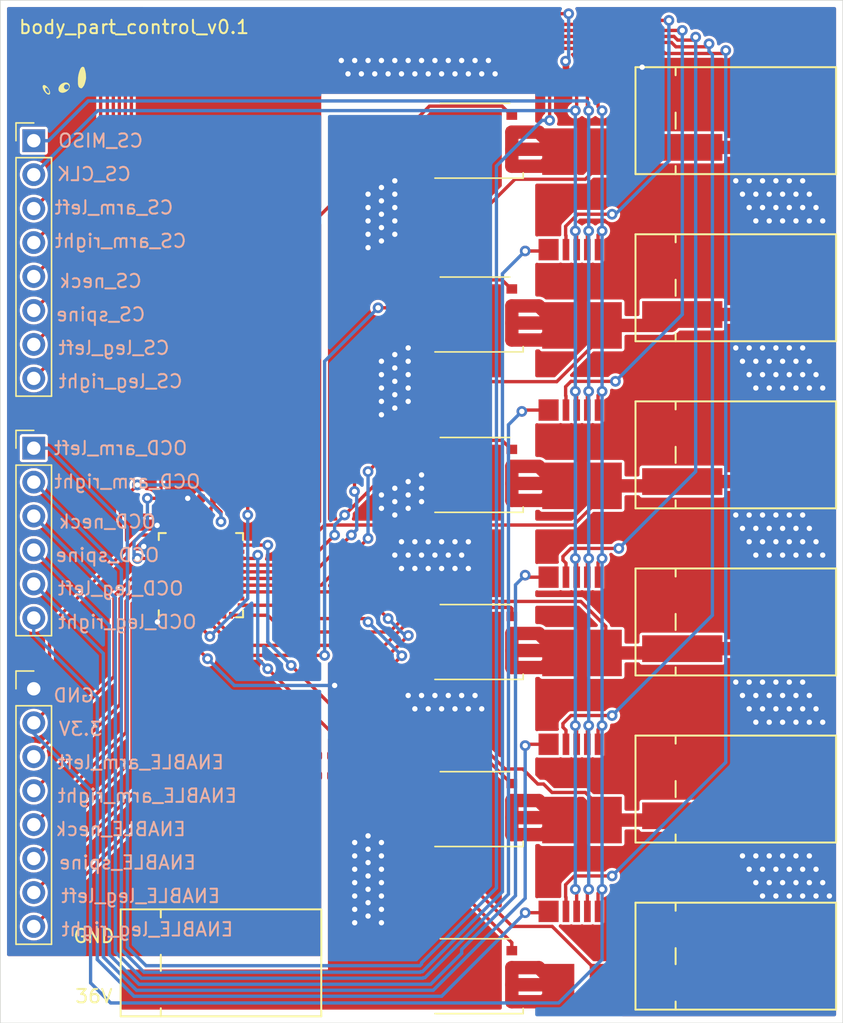
<source format=kicad_pcb>
(kicad_pcb (version 20171130) (host pcbnew 5.1.3-ffb9f22~84~ubuntu18.04.1)
  (layers (0 F.Cu signal) (31 B.Cu signal) (34 B.Paste user) (35 F.Paste user) (36 B.SilkS user) (37 F.SilkS user) (38 B.Mask user) (39 F.Mask user) (44 Edge.Cuts user))
  (net 0 "")
  (net 1 "Net-(C1-Pad2)")
  (net 2 GND)
  (net 3 +3V3)
  (net 4 "Net-(C3-Pad1)")
  (net 5 "Net-(C3-Pad2)")
  (net 6 +36V)
  (net 7 "Net-(C6-Pad1)")
  (net 8 /S_arm_left)
  (net 9 /G_spine)
  (net 10 "Net-(DRV8323H1-Pad9)")
  (net 11 /S_spine)
  (net 12 /S_leg_left)
  (net 13 "Net-(DRV8323H1-Pad12)")
  (net 14 /G_leg_left)
  (net 15 /S_arm_right)
  (net 16 /G_arm_right)
  (net 17 /G_neck)
  (net 18 /S_neck)
  (net 19 /G_leg_right)
  (net 20 "Net-(DRV8323H1-Pad19)")
  (net 21 /S_leg_right)
  (net 22 /SOC)
  (net 23 /SOB)
  (net 24 /SOA)
  (net 25 "Net-(DRV8323H1-Pad25)")
  (net 26 "Net-(DRV8323H1-Pad27)")
  (net 27 "Net-(DRV8323H1-Pad29)")
  (net 28 "Net-(DRV8323H1-Pad31)")
  (net 29 ENABLE_arm_left)
  (net 30 ENABLE_spine)
  (net 31 ENABLE_arm_right)
  (net 32 ENABLE_leg_left)
  (net 33 ENABLE_neck)
  (net 34 ENABLE_leg_right)
  (net 35 CS_leg_right)
  (net 36 CS_leg_left)
  (net 37 CS_spine)
  (net 38 CS_neck)
  (net 39 CS_arm_right)
  (net 40 CS_arm_left)
  (net 41 CS_CLK)
  (net 42 CS_MISO)
  (net 43 CS_OCD_arm_left)
  (net 44 CS_OCD_arm_right)
  (net 45 CS_OCD_neck)
  (net 46 CS_OCD_spine)
  (net 47 CS_OCD_leg_left)
  (net 48 CS_OCD_leg_right)
  (net 49 "Net-(Q1-Pad1)")
  (net 50 /G_arm_left)
  (net 51 "Net-(Q2-Pad1)")
  (net 52 "Net-(Q3-Pad1)")
  (net 53 "Net-(Q4-Pad1)")
  (net 54 "Net-(Q5-Pad1)")
  (net 55 "Net-(Q6-Pad1)")
  (module custom_lib:R1_eyes_mask_5.5mm (layer F.Cu) (at 154.5 40.75)
    (fp_text reference G*** hide)
    (fp_text value LOGO hide)
  )
  (module custom_lib:R1_ear_silk_5.5mm (layer F.Cu) (at 154.5 40.75)
    (fp_text reference G*** hide)
    (fp_text value LOGO hide)
  )
  (module custom_lib:R1_face_mask_5.5mm (layer F.Cu) (at 154.5 40.75)
    (fp_text reference G*** hide)
    (fp_text value LOGO hide)
  )
  (module Capacitor_SMD:C_0402_1005Metric (layer F.Cu) (at 163 69.75 180)
    (fp_text reference C1 hide)
    (fp_text value 1uF)
    (pad 2 smd roundrect (at 0.485 0 180) (size 0.59 0.64) (layers F.Cu F.Paste F.Mask) (net 1 "Net-(C1-Pad2)"))
    (pad 1 smd roundrect (at -0.485 0 180) (size 0.59 0.64) (layers F.Cu F.Paste F.Mask) (net 2 GND))
  )
  (module Capacitor_SMD:C_0402_1005Metric (layer F.Cu) (at 166 71.25)
    (fp_text reference C2 hide)
    (fp_text value 0.1uF)
    (pad 1 smd roundrect (at -0.485 0) (size 0.59 0.64) (layers F.Cu F.Paste F.Mask) (net 2 GND))
    (pad 2 smd roundrect (at 0.485 0) (size 0.59 0.64) (layers F.Cu F.Paste F.Mask) (net 3 +3V3))
  )
  (module Capacitor_SMD:C_0402_1005Metric (layer F.Cu) (at 162.5 83.5)
    (fp_text reference C3 hide)
    (fp_text value 47nF)
    (pad 1 smd roundrect (at -0.485 0) (size 0.59 0.64) (layers F.Cu F.Paste F.Mask) (net 4 "Net-(C3-Pad1)"))
    (pad 2 smd roundrect (at 0.485 0) (size 0.59 0.64) (layers F.Cu F.Paste F.Mask) (net 5 "Net-(C3-Pad2)"))
  )
  (module Capacitor_SMD:C_0402_1005Metric (layer F.Cu) (at 174.75 91.5)
    (fp_text reference C4 hide)
    (fp_text value 0.1uF)
    (pad 2 smd roundrect (at 0.485 0) (size 0.59 0.64) (layers F.Cu F.Paste F.Mask) (net 6 +36V))
    (pad 1 smd roundrect (at -0.485 0) (size 0.59 0.64) (layers F.Cu F.Paste F.Mask) (net 2 GND))
  )
  (module Capacitor_SMD:C_0402_1005Metric (layer F.Cu) (at 174.75 93)
    (fp_text reference C5 hide)
    (fp_text value 10uF)
    (pad 1 smd roundrect (at -0.485 0) (size 0.59 0.64) (layers F.Cu F.Paste F.Mask) (net 2 GND))
    (pad 2 smd roundrect (at 0.485 0) (size 0.59 0.64) (layers F.Cu F.Paste F.Mask) (net 6 +36V))
  )
  (module Capacitor_SMD:C_0402_1005Metric (layer F.Cu) (at 164.75 83.5)
    (fp_text reference C6 hide)
    (fp_text value 1uF)
    (pad 2 smd roundrect (at 0.485 0) (size 0.59 0.64) (layers F.Cu F.Paste F.Mask) (net 6 +36V))
    (pad 1 smd roundrect (at -0.485 0) (size 0.59 0.64) (layers F.Cu F.Paste F.Mask) (net 7 "Net-(C6-Pad1)"))
  )
  (module custom_lib:QFN-40-1EP_6x6mm_Pitch0.5mm (layer F.Cu) (at 165.5 78 90)
    (fp_text reference DRV8323H1 hide)
    (fp_text value DRV8323HRTA)
    (pad 1 smd rect (at -3 -2.25 90) (size 0.5 0.3) (layers F.Cu F.Paste F.Mask) (net 4 "Net-(C3-Pad1)"))
    (pad 2 smd rect (at -3 -1.75 90) (size 0.5 0.3) (layers F.Cu F.Paste F.Mask) (net 5 "Net-(C3-Pad2)"))
    (pad 3 smd rect (at -3 -1.25 90) (size 0.5 0.3) (layers F.Cu F.Paste F.Mask) (net 7 "Net-(C6-Pad1)"))
    (pad 4 smd rect (at -3 -0.75 90) (size 0.5 0.3) (layers F.Cu F.Paste F.Mask) (net 6 +36V))
    (pad 5 smd rect (at -3 -0.25 90) (size 0.5 0.3) (layers F.Cu F.Paste F.Mask) (net 6 +36V))
    (pad 6 smd rect (at -3 0.25 90) (size 0.5 0.3) (layers F.Cu F.Paste F.Mask) (net 50 /G_arm_left))
    (pad 7 smd rect (at -3 0.75 90) (size 0.5 0.3) (layers F.Cu F.Paste F.Mask) (net 8 /S_arm_left))
    (pad 8 smd rect (at -3 1.25 90) (size 0.5 0.3) (layers F.Cu F.Paste F.Mask) (net 9 /G_spine))
    (pad 9 smd rect (at -3 1.75 90) (size 0.5 0.3) (layers F.Cu F.Paste F.Mask) (net 10 "Net-(DRV8323H1-Pad9)"))
    (pad 10 smd rect (at -3 2.25 90) (size 0.5 0.3) (layers F.Cu F.Paste F.Mask) (net 11 /S_spine))
    (pad 11 smd rect (at -2.25 3 180) (size 0.5 0.3) (layers F.Cu F.Paste F.Mask) (net 12 /S_leg_left))
    (pad 12 smd rect (at -1.75 3 180) (size 0.5 0.3) (layers F.Cu F.Paste F.Mask) (net 13 "Net-(DRV8323H1-Pad12)"))
    (pad 13 smd rect (at -1.25 3 180) (size 0.5 0.3) (layers F.Cu F.Paste F.Mask) (net 14 /G_leg_left))
    (pad 14 smd rect (at -0.75 3 180) (size 0.5 0.3) (layers F.Cu F.Paste F.Mask) (net 15 /S_arm_right))
    (pad 15 smd rect (at -0.25 3 180) (size 0.5 0.3) (layers F.Cu F.Paste F.Mask) (net 16 /G_arm_right))
    (pad 16 smd rect (at 0.25 3 180) (size 0.5 0.3) (layers F.Cu F.Paste F.Mask) (net 17 /G_neck))
    (pad 17 smd rect (at 0.75 3 180) (size 0.5 0.3) (layers F.Cu F.Paste F.Mask) (net 18 /S_neck))
    (pad 18 smd rect (at 1.25 3 180) (size 0.5 0.3) (layers F.Cu F.Paste F.Mask) (net 19 /G_leg_right))
    (pad 19 smd rect (at 1.75 3 180) (size 0.5 0.3) (layers F.Cu F.Paste F.Mask) (net 20 "Net-(DRV8323H1-Pad19)"))
    (pad 20 smd rect (at 2.25 3 180) (size 0.5 0.3) (layers F.Cu F.Paste F.Mask) (net 21 /S_leg_right))
    (pad 21 smd rect (at 3 2.25 90) (size 0.5 0.3) (layers F.Cu F.Paste F.Mask) (net 22 /SOC))
    (pad 22 smd rect (at 3 1.75 90) (size 0.5 0.3) (layers F.Cu F.Paste F.Mask) (net 23 /SOB))
    (pad 23 smd rect (at 3 1.25 90) (size 0.5 0.3) (layers F.Cu F.Paste F.Mask) (net 24 /SOA))
    (pad 24 smd rect (at 3 0.75 90) (size 0.5 0.3) (layers F.Cu F.Paste F.Mask) (net 3 +3V3))
    (pad 25 smd rect (at 3 0.25 90) (size 0.5 0.3) (layers F.Cu F.Paste F.Mask) (net 25 "Net-(DRV8323H1-Pad25)"))
    (pad 26 smd rect (at 3 -0.25 90) (size 0.5 0.3) (layers F.Cu F.Paste F.Mask) (net 2 GND))
    (pad 27 smd rect (at 3 -0.75 90) (size 0.5 0.3) (layers F.Cu F.Paste F.Mask) (net 26 "Net-(DRV8323H1-Pad27)"))
    (pad 28 smd rect (at 3 -1.25 90) (size 0.5 0.3) (layers F.Cu F.Paste F.Mask) (net 1 "Net-(C1-Pad2)"))
    (pad 29 smd rect (at 3 -1.75 90) (size 0.5 0.3) (layers F.Cu F.Paste F.Mask) (net 27 "Net-(DRV8323H1-Pad29)"))
    (pad 30 smd rect (at 3 -2.25 90) (size 0.5 0.3) (layers F.Cu F.Paste F.Mask) (net 3 +3V3))
    (pad 31 smd rect (at 2.25 -3 180) (size 0.5 0.3) (layers F.Cu F.Paste F.Mask) (net 28 "Net-(DRV8323H1-Pad31)"))
    (pad 32 smd rect (at 1.75 -3 180) (size 0.5 0.3) (layers F.Cu F.Paste F.Mask) (net 2 GND))
    (pad 33 smd rect (at 1.25 -3 180) (size 0.5 0.3) (layers F.Cu F.Paste F.Mask) (net 1 "Net-(C1-Pad2)"))
    (pad 34 smd rect (at 0.75 -3 180) (size 0.5 0.3) (layers F.Cu F.Paste F.Mask) (net 29 ENABLE_arm_left))
    (pad 35 smd rect (at 0.25 -3 180) (size 0.5 0.3) (layers F.Cu F.Paste F.Mask) (net 30 ENABLE_spine))
    (pad 36 smd rect (at -0.25 -3 180) (size 0.5 0.3) (layers F.Cu F.Paste F.Mask) (net 31 ENABLE_arm_right))
    (pad 37 smd rect (at -0.75 -3 180) (size 0.5 0.3) (layers F.Cu F.Paste F.Mask) (net 32 ENABLE_leg_left))
    (pad 38 smd rect (at -1.25 -3 180) (size 0.5 0.3) (layers F.Cu F.Paste F.Mask) (net 33 ENABLE_neck))
    (pad 39 smd rect (at -1.75 -3 180) (size 0.5 0.3) (layers F.Cu F.Paste F.Mask) (net 34 ENABLE_leg_right))
    (pad 40 smd rect (at -2.25 -3 180) (size 0.5 0.3) (layers F.Cu F.Paste F.Mask) (net 2 GND))
    (pad 41 smd rect (at 1.725 1.725 90) (size 1.15 1.15) (layers F.Cu F.Paste F.Mask))
    (pad 41 smd rect (at 1.725 0.575 90) (size 1.15 1.15) (layers F.Cu F.Paste F.Mask))
    (pad 41 smd rect (at 1.725 -0.575 90) (size 1.15 1.15) (layers F.Cu F.Paste F.Mask))
    (pad 41 smd rect (at 1.725 -1.725 90) (size 1.15 1.15) (layers F.Cu F.Paste F.Mask))
    (pad 41 smd rect (at 0.575 1.725 90) (size 1.15 1.15) (layers F.Cu F.Paste F.Mask))
    (pad 41 smd rect (at 0.575 0.575 90) (size 1.15 1.15) (layers F.Cu F.Paste F.Mask))
    (pad 41 smd rect (at 0.575 -0.575 90) (size 1.15 1.15) (layers F.Cu F.Paste F.Mask))
    (pad 41 smd rect (at 0.575 -1.725 90) (size 1.15 1.15) (layers F.Cu F.Paste F.Mask))
    (pad 41 smd rect (at -0.575 1.725 90) (size 1.15 1.15) (layers F.Cu F.Paste F.Mask))
    (pad 41 smd rect (at -0.575 0.575 90) (size 1.15 1.15) (layers F.Cu F.Paste F.Mask))
    (pad 41 smd rect (at -0.575 -0.575 90) (size 1.15 1.15) (layers F.Cu F.Paste F.Mask))
    (pad 41 smd rect (at -0.575 -1.725 90) (size 1.15 1.15) (layers F.Cu F.Paste F.Mask))
    (pad 41 smd rect (at -1.725 1.725 90) (size 1.15 1.15) (layers F.Cu F.Paste F.Mask))
    (pad 41 smd rect (at -1.725 0.575 90) (size 1.15 1.15) (layers F.Cu F.Paste F.Mask))
    (pad 41 smd rect (at -1.725 -0.575 90) (size 1.15 1.15) (layers F.Cu F.Paste F.Mask))
    (pad 41 smd rect (at -1.725 -1.725 90) (size 1.15 1.15) (layers F.Cu F.Paste F.Mask))
  )
  (module custom_lib:Wago_2060_2_SMD (layer F.Cu) (at 167 107 90)
    (fp_text reference J1 hide)
    (fp_text value MOTOR_POWER)
    (pad 2 smd rect (at 2 5.25 90) (size 2 3.5) (layers F.Cu F.Paste F.Mask) (net 2 GND))
    (pad 2 smd rect (at 2 -4 90) (size 2 6) (layers F.Cu F.Paste F.Mask) (net 2 GND))
    (pad 1 smd rect (at -2 -4 90) (size 2 6) (layers F.Cu F.Paste F.Mask) (net 6 +36V))
    (pad 1 smd rect (at -2 5.25 90) (size 2 3.5) (layers F.Cu F.Paste F.Mask) (net 6 +36V))
  )
  (module Connector_PinHeader_2.54mm:PinHeader_1x08_P2.54mm_Vertical (layer F.Cu) (at 153 86.5)
    (fp_text reference J2 hide)
    (fp_text value BODY_PART_CONTROL)
    (pad 1 thru_hole rect (at 0 0) (size 1.7 1.7) (drill 1) (layers *.Cu *.Mask) (net 2 GND))
    (pad 2 thru_hole oval (at 0 2.54) (size 1.7 1.7) (drill 1) (layers *.Cu *.Mask) (net 3 +3V3))
    (pad 3 thru_hole oval (at 0 5.08) (size 1.7 1.7) (drill 1) (layers *.Cu *.Mask) (net 29 ENABLE_arm_left))
    (pad 4 thru_hole oval (at 0 7.62) (size 1.7 1.7) (drill 1) (layers *.Cu *.Mask) (net 30 ENABLE_spine))
    (pad 5 thru_hole oval (at 0 10.16) (size 1.7 1.7) (drill 1) (layers *.Cu *.Mask) (net 31 ENABLE_arm_right))
    (pad 6 thru_hole oval (at 0 12.7) (size 1.7 1.7) (drill 1) (layers *.Cu *.Mask) (net 32 ENABLE_leg_left))
    (pad 7 thru_hole oval (at 0 15.24) (size 1.7 1.7) (drill 1) (layers *.Cu *.Mask) (net 33 ENABLE_neck))
    (pad 8 thru_hole oval (at 0 17.78) (size 1.7 1.7) (drill 1) (layers *.Cu *.Mask) (net 34 ENABLE_leg_right))
  )
  (module Connector_PinHeader_2.54mm:PinHeader_1x08_P2.54mm_Vertical (layer F.Cu) (at 153 45.5)
    (fp_text reference J3 hide)
    (fp_text value CURRENT_MEASUREMENT)
    (pad 8 thru_hole oval (at 0 17.78) (size 1.7 1.7) (drill 1) (layers *.Cu *.Mask) (net 35 CS_leg_right))
    (pad 7 thru_hole oval (at 0 15.24) (size 1.7 1.7) (drill 1) (layers *.Cu *.Mask) (net 36 CS_leg_left))
    (pad 6 thru_hole oval (at 0 12.7) (size 1.7 1.7) (drill 1) (layers *.Cu *.Mask) (net 37 CS_spine))
    (pad 5 thru_hole oval (at 0 10.16) (size 1.7 1.7) (drill 1) (layers *.Cu *.Mask) (net 38 CS_neck))
    (pad 4 thru_hole oval (at 0 7.62) (size 1.7 1.7) (drill 1) (layers *.Cu *.Mask) (net 39 CS_arm_right))
    (pad 3 thru_hole oval (at 0 5.08) (size 1.7 1.7) (drill 1) (layers *.Cu *.Mask) (net 40 CS_arm_left))
    (pad 2 thru_hole oval (at 0 2.54) (size 1.7 1.7) (drill 1) (layers *.Cu *.Mask) (net 41 CS_CLK))
    (pad 1 thru_hole rect (at 0 0) (size 1.7 1.7) (drill 1) (layers *.Cu *.Mask) (net 42 CS_MISO))
  )
  (module custom_lib:Wago_2060_2_SMD (layer F.Cu) (at 205.5 44 90)
    (fp_text reference J4 hide)
    (fp_text value arm_left)
    (pad 2 smd rect (at 2 5.25 90) (size 2 3.5) (layers F.Cu F.Paste F.Mask) (net 2 GND))
    (pad 2 smd rect (at 2 -4 90) (size 2 6) (layers F.Cu F.Paste F.Mask) (net 2 GND))
    (pad 1 smd rect (at -2 -4 90) (size 2 6) (layers F.Cu F.Paste F.Mask) (net 8 /S_arm_left))
    (pad 1 smd rect (at -2 5.25 90) (size 2 3.5) (layers F.Cu F.Paste F.Mask) (net 8 /S_arm_left))
  )
  (module custom_lib:Wago_2060_2_SMD (layer F.Cu) (at 205.5 81.5 90)
    (fp_text reference J5 hide)
    (fp_text value spine)
    (pad 1 smd rect (at -2 5.25 90) (size 2 3.5) (layers F.Cu F.Paste F.Mask) (net 11 /S_spine))
    (pad 1 smd rect (at -2 -4 90) (size 2 6) (layers F.Cu F.Paste F.Mask) (net 11 /S_spine))
    (pad 2 smd rect (at 2 -4 90) (size 2 6) (layers F.Cu F.Paste F.Mask) (net 2 GND))
    (pad 2 smd rect (at 2 5.25 90) (size 2 3.5) (layers F.Cu F.Paste F.Mask) (net 2 GND))
  )
  (module Connector_PinHeader_2.54mm:PinHeader_1x06_P2.54mm_Vertical (layer F.Cu) (at 153 68.5)
    (fp_text reference J6 hide)
    (fp_text value OVERCURRENT)
    (pad 1 thru_hole rect (at 0 0) (size 1.7 1.7) (drill 1) (layers *.Cu *.Mask) (net 43 CS_OCD_arm_left))
    (pad 2 thru_hole oval (at 0 2.54) (size 1.7 1.7) (drill 1) (layers *.Cu *.Mask) (net 44 CS_OCD_arm_right))
    (pad 3 thru_hole oval (at 0 5.08) (size 1.7 1.7) (drill 1) (layers *.Cu *.Mask) (net 45 CS_OCD_neck))
    (pad 4 thru_hole oval (at 0 7.62) (size 1.7 1.7) (drill 1) (layers *.Cu *.Mask) (net 46 CS_OCD_spine))
    (pad 5 thru_hole oval (at 0 10.16) (size 1.7 1.7) (drill 1) (layers *.Cu *.Mask) (net 47 CS_OCD_leg_left))
    (pad 6 thru_hole oval (at 0 12.7) (size 1.7 1.7) (drill 1) (layers *.Cu *.Mask) (net 48 CS_OCD_leg_right))
  )
  (module custom_lib:Wago_2060_2_SMD (layer F.Cu) (at 205.5 56.5 90)
    (fp_text reference J7 hide)
    (fp_text value arm_right)
    (pad 1 smd rect (at -2 5.25 90) (size 2 3.5) (layers F.Cu F.Paste F.Mask) (net 15 /S_arm_right))
    (pad 1 smd rect (at -2 -4 90) (size 2 6) (layers F.Cu F.Paste F.Mask) (net 15 /S_arm_right))
    (pad 2 smd rect (at 2 -4 90) (size 2 6) (layers F.Cu F.Paste F.Mask) (net 2 GND))
    (pad 2 smd rect (at 2 5.25 90) (size 2 3.5) (layers F.Cu F.Paste F.Mask) (net 2 GND))
  )
  (module custom_lib:Wago_2060_2_SMD (layer F.Cu) (at 205.5 94 90)
    (fp_text reference J8 hide)
    (fp_text value leg_left)
    (pad 2 smd rect (at 2 5.25 90) (size 2 3.5) (layers F.Cu F.Paste F.Mask) (net 2 GND))
    (pad 2 smd rect (at 2 -4 90) (size 2 6) (layers F.Cu F.Paste F.Mask) (net 2 GND))
    (pad 1 smd rect (at -2 -4 90) (size 2 6) (layers F.Cu F.Paste F.Mask) (net 12 /S_leg_left))
    (pad 1 smd rect (at -2 5.25 90) (size 2 3.5) (layers F.Cu F.Paste F.Mask) (net 12 /S_leg_left))
  )
  (module custom_lib:Wago_2060_2_SMD (layer F.Cu) (at 205.5 69 90)
    (fp_text reference J9 hide)
    (fp_text value neck)
    (pad 2 smd rect (at 2 5.25 90) (size 2 3.5) (layers F.Cu F.Paste F.Mask) (net 2 GND))
    (pad 2 smd rect (at 2 -4 90) (size 2 6) (layers F.Cu F.Paste F.Mask) (net 2 GND))
    (pad 1 smd rect (at -2 -4 90) (size 2 6) (layers F.Cu F.Paste F.Mask) (net 18 /S_neck))
    (pad 1 smd rect (at -2 5.25 90) (size 2 3.5) (layers F.Cu F.Paste F.Mask) (net 18 /S_neck))
  )
  (module custom_lib:Wago_2060_2_SMD (layer F.Cu) (at 205.5 106.5 90)
    (fp_text reference J10 hide)
    (fp_text value leg_right)
    (pad 1 smd rect (at -2 5.25 90) (size 2 3.5) (layers F.Cu F.Paste F.Mask) (net 21 /S_leg_right))
    (pad 1 smd rect (at -2 -4 90) (size 2 6) (layers F.Cu F.Paste F.Mask) (net 21 /S_leg_right))
    (pad 2 smd rect (at 2 -4 90) (size 2 6) (layers F.Cu F.Paste F.Mask) (net 2 GND))
    (pad 2 smd rect (at 2 5.25 90) (size 2 3.5) (layers F.Cu F.Paste F.Mask) (net 2 GND))
  )
  (module custom_lib:TDSON-8-1 (layer F.Cu) (at 186 45.5 180)
    (fp_text reference Q1 hide)
    (fp_text value CSD18534Q5A)
    (pad 1 smd rect (at -2.75 -1.91 90) (size 0.7 0.8) (layers F.Cu F.Paste F.Mask) (net 49 "Net-(Q1-Pad1)"))
    (pad 2 smd rect (at -2.75 -0.64 90) (size 0.7 0.8) (layers F.Cu F.Paste F.Mask) (net 49 "Net-(Q1-Pad1)"))
    (pad 3 smd rect (at -2.75 0.64 90) (size 0.7 0.8) (layers F.Cu F.Paste F.Mask) (net 49 "Net-(Q1-Pad1)"))
    (pad 4 smd rect (at -2.75 1.91 90) (size 0.7 0.8) (layers F.Cu F.Paste F.Mask) (net 50 /G_arm_left))
    (pad 5 smd rect (at 2.75 1.91 90) (size 0.7 0.8) (layers F.Cu F.Paste F.Mask) (net 6 +36V))
    (pad 5 smd rect (at 2.75 0.64 90) (size 0.7 0.8) (layers F.Cu F.Paste F.Mask) (net 6 +36V))
    (pad 5 smd rect (at 2.75 -0.64 90) (size 0.7 0.8) (layers F.Cu F.Paste F.Mask) (net 6 +36V))
    (pad 5 smd rect (at 2.75 -1.91 90) (size 0.7 0.8) (layers F.Cu F.Paste F.Mask) (net 6 +36V))
    (pad 5 smd rect (at 0.5 0 90) (size 4.5 4.29) (layers F.Cu F.Paste F.Mask) (net 6 +36V))
    (pad 5 smd rect (at 1.25 -1.09 90) (size 1.55 1.6) (layers F.Cu F.Paste F.Mask) (net 6 +36V))
    (pad 5 smd rect (at 1.25 1.09 90) (size 1.55 1.6) (layers F.Cu F.Paste F.Mask) (net 6 +36V))
    (pad 5 smd rect (at -0.75 -1.09 90) (size 1.55 1.2) (layers F.Cu F.Paste F.Mask) (net 6 +36V))
    (pad 5 smd rect (at -0.75 1.09 90) (size 1.55 1.2) (layers F.Cu F.Paste F.Mask) (net 6 +36V))
  )
  (module custom_lib:TDSON-8-1 (layer F.Cu) (at 186 83 180)
    (fp_text reference Q2 hide)
    (fp_text value CSD18534Q5A)
    (pad 5 smd rect (at -0.75 1.09 90) (size 1.55 1.2) (layers F.Cu F.Paste F.Mask) (net 6 +36V))
    (pad 5 smd rect (at -0.75 -1.09 90) (size 1.55 1.2) (layers F.Cu F.Paste F.Mask) (net 6 +36V))
    (pad 5 smd rect (at 1.25 1.09 90) (size 1.55 1.6) (layers F.Cu F.Paste F.Mask) (net 6 +36V))
    (pad 5 smd rect (at 1.25 -1.09 90) (size 1.55 1.6) (layers F.Cu F.Paste F.Mask) (net 6 +36V))
    (pad 5 smd rect (at 0.5 0 90) (size 4.5 4.29) (layers F.Cu F.Paste F.Mask) (net 6 +36V))
    (pad 5 smd rect (at 2.75 -1.91 90) (size 0.7 0.8) (layers F.Cu F.Paste F.Mask) (net 6 +36V))
    (pad 5 smd rect (at 2.75 -0.64 90) (size 0.7 0.8) (layers F.Cu F.Paste F.Mask) (net 6 +36V))
    (pad 5 smd rect (at 2.75 0.64 90) (size 0.7 0.8) (layers F.Cu F.Paste F.Mask) (net 6 +36V))
    (pad 5 smd rect (at 2.75 1.91 90) (size 0.7 0.8) (layers F.Cu F.Paste F.Mask) (net 6 +36V))
    (pad 4 smd rect (at -2.75 1.91 90) (size 0.7 0.8) (layers F.Cu F.Paste F.Mask) (net 9 /G_spine))
    (pad 3 smd rect (at -2.75 0.64 90) (size 0.7 0.8) (layers F.Cu F.Paste F.Mask) (net 51 "Net-(Q2-Pad1)"))
    (pad 2 smd rect (at -2.75 -0.64 90) (size 0.7 0.8) (layers F.Cu F.Paste F.Mask) (net 51 "Net-(Q2-Pad1)"))
    (pad 1 smd rect (at -2.75 -1.91 90) (size 0.7 0.8) (layers F.Cu F.Paste F.Mask) (net 51 "Net-(Q2-Pad1)"))
  )
  (module custom_lib:TDSON-8-1 (layer F.Cu) (at 186 58.5 180)
    (fp_text reference Q3 hide)
    (fp_text value CSD18534Q5A)
    (pad 5 smd rect (at -0.75 1.09 90) (size 1.55 1.2) (layers F.Cu F.Paste F.Mask) (net 6 +36V))
    (pad 5 smd rect (at -0.75 -1.09 90) (size 1.55 1.2) (layers F.Cu F.Paste F.Mask) (net 6 +36V))
    (pad 5 smd rect (at 1.25 1.09 90) (size 1.55 1.6) (layers F.Cu F.Paste F.Mask) (net 6 +36V))
    (pad 5 smd rect (at 1.25 -1.09 90) (size 1.55 1.6) (layers F.Cu F.Paste F.Mask) (net 6 +36V))
    (pad 5 smd rect (at 0.5 0 90) (size 4.5 4.29) (layers F.Cu F.Paste F.Mask) (net 6 +36V))
    (pad 5 smd rect (at 2.75 -1.91 90) (size 0.7 0.8) (layers F.Cu F.Paste F.Mask) (net 6 +36V))
    (pad 5 smd rect (at 2.75 -0.64 90) (size 0.7 0.8) (layers F.Cu F.Paste F.Mask) (net 6 +36V))
    (pad 5 smd rect (at 2.75 0.64 90) (size 0.7 0.8) (layers F.Cu F.Paste F.Mask) (net 6 +36V))
    (pad 5 smd rect (at 2.75 1.91 90) (size 0.7 0.8) (layers F.Cu F.Paste F.Mask) (net 6 +36V))
    (pad 4 smd rect (at -2.75 1.91 90) (size 0.7 0.8) (layers F.Cu F.Paste F.Mask) (net 16 /G_arm_right))
    (pad 3 smd rect (at -2.75 0.64 90) (size 0.7 0.8) (layers F.Cu F.Paste F.Mask) (net 52 "Net-(Q3-Pad1)"))
    (pad 2 smd rect (at -2.75 -0.64 90) (size 0.7 0.8) (layers F.Cu F.Paste F.Mask) (net 52 "Net-(Q3-Pad1)"))
    (pad 1 smd rect (at -2.75 -1.91 90) (size 0.7 0.8) (layers F.Cu F.Paste F.Mask) (net 52 "Net-(Q3-Pad1)"))
  )
  (module custom_lib:TDSON-8-1 (layer F.Cu) (at 186 95.5 180)
    (fp_text reference Q4 hide)
    (fp_text value CSD18534Q5A)
    (pad 5 smd rect (at -0.75 1.09 90) (size 1.55 1.2) (layers F.Cu F.Paste F.Mask) (net 6 +36V))
    (pad 5 smd rect (at -0.75 -1.09 90) (size 1.55 1.2) (layers F.Cu F.Paste F.Mask) (net 6 +36V))
    (pad 5 smd rect (at 1.25 1.09 90) (size 1.55 1.6) (layers F.Cu F.Paste F.Mask) (net 6 +36V))
    (pad 5 smd rect (at 1.25 -1.09 90) (size 1.55 1.6) (layers F.Cu F.Paste F.Mask) (net 6 +36V))
    (pad 5 smd rect (at 0.5 0 90) (size 4.5 4.29) (layers F.Cu F.Paste F.Mask) (net 6 +36V))
    (pad 5 smd rect (at 2.75 -1.91 90) (size 0.7 0.8) (layers F.Cu F.Paste F.Mask) (net 6 +36V))
    (pad 5 smd rect (at 2.75 -0.64 90) (size 0.7 0.8) (layers F.Cu F.Paste F.Mask) (net 6 +36V))
    (pad 5 smd rect (at 2.75 0.64 90) (size 0.7 0.8) (layers F.Cu F.Paste F.Mask) (net 6 +36V))
    (pad 5 smd rect (at 2.75 1.91 90) (size 0.7 0.8) (layers F.Cu F.Paste F.Mask) (net 6 +36V))
    (pad 4 smd rect (at -2.75 1.91 90) (size 0.7 0.8) (layers F.Cu F.Paste F.Mask) (net 14 /G_leg_left))
    (pad 3 smd rect (at -2.75 0.64 90) (size 0.7 0.8) (layers F.Cu F.Paste F.Mask) (net 53 "Net-(Q4-Pad1)"))
    (pad 2 smd rect (at -2.75 -0.64 90) (size 0.7 0.8) (layers F.Cu F.Paste F.Mask) (net 53 "Net-(Q4-Pad1)"))
    (pad 1 smd rect (at -2.75 -1.91 90) (size 0.7 0.8) (layers F.Cu F.Paste F.Mask) (net 53 "Net-(Q4-Pad1)"))
  )
  (module custom_lib:TDSON-8-1 (layer F.Cu) (at 186 70.5 180)
    (fp_text reference Q5 hide)
    (fp_text value CSD18534Q5A)
    (pad 1 smd rect (at -2.75 -1.91 90) (size 0.7 0.8) (layers F.Cu F.Paste F.Mask) (net 54 "Net-(Q5-Pad1)"))
    (pad 2 smd rect (at -2.75 -0.64 90) (size 0.7 0.8) (layers F.Cu F.Paste F.Mask) (net 54 "Net-(Q5-Pad1)"))
    (pad 3 smd rect (at -2.75 0.64 90) (size 0.7 0.8) (layers F.Cu F.Paste F.Mask) (net 54 "Net-(Q5-Pad1)"))
    (pad 4 smd rect (at -2.75 1.91 90) (size 0.7 0.8) (layers F.Cu F.Paste F.Mask) (net 17 /G_neck))
    (pad 5 smd rect (at 2.75 1.91 90) (size 0.7 0.8) (layers F.Cu F.Paste F.Mask) (net 6 +36V))
    (pad 5 smd rect (at 2.75 0.64 90) (size 0.7 0.8) (layers F.Cu F.Paste F.Mask) (net 6 +36V))
    (pad 5 smd rect (at 2.75 -0.64 90) (size 0.7 0.8) (layers F.Cu F.Paste F.Mask) (net 6 +36V))
    (pad 5 smd rect (at 2.75 -1.91 90) (size 0.7 0.8) (layers F.Cu F.Paste F.Mask) (net 6 +36V))
    (pad 5 smd rect (at 0.5 0 90) (size 4.5 4.29) (layers F.Cu F.Paste F.Mask) (net 6 +36V))
    (pad 5 smd rect (at 1.25 -1.09 90) (size 1.55 1.6) (layers F.Cu F.Paste F.Mask) (net 6 +36V))
    (pad 5 smd rect (at 1.25 1.09 90) (size 1.55 1.6) (layers F.Cu F.Paste F.Mask) (net 6 +36V))
    (pad 5 smd rect (at -0.75 -1.09 90) (size 1.55 1.2) (layers F.Cu F.Paste F.Mask) (net 6 +36V))
    (pad 5 smd rect (at -0.75 1.09 90) (size 1.55 1.2) (layers F.Cu F.Paste F.Mask) (net 6 +36V))
  )
  (module custom_lib:TDSON-8-1 (layer F.Cu) (at 186 108 180)
    (fp_text reference Q6 hide)
    (fp_text value CSD18534Q5A)
    (pad 1 smd rect (at -2.75 -1.91 90) (size 0.7 0.8) (layers F.Cu F.Paste F.Mask) (net 55 "Net-(Q6-Pad1)"))
    (pad 2 smd rect (at -2.75 -0.64 90) (size 0.7 0.8) (layers F.Cu F.Paste F.Mask) (net 55 "Net-(Q6-Pad1)"))
    (pad 3 smd rect (at -2.75 0.64 90) (size 0.7 0.8) (layers F.Cu F.Paste F.Mask) (net 55 "Net-(Q6-Pad1)"))
    (pad 4 smd rect (at -2.75 1.91 90) (size 0.7 0.8) (layers F.Cu F.Paste F.Mask) (net 19 /G_leg_right))
    (pad 5 smd rect (at 2.75 1.91 90) (size 0.7 0.8) (layers F.Cu F.Paste F.Mask) (net 6 +36V))
    (pad 5 smd rect (at 2.75 0.64 90) (size 0.7 0.8) (layers F.Cu F.Paste F.Mask) (net 6 +36V))
    (pad 5 smd rect (at 2.75 -0.64 90) (size 0.7 0.8) (layers F.Cu F.Paste F.Mask) (net 6 +36V))
    (pad 5 smd rect (at 2.75 -1.91 90) (size 0.7 0.8) (layers F.Cu F.Paste F.Mask) (net 6 +36V))
    (pad 5 smd rect (at 0.5 0 90) (size 4.5 4.29) (layers F.Cu F.Paste F.Mask) (net 6 +36V))
    (pad 5 smd rect (at 1.25 -1.09 90) (size 1.55 1.6) (layers F.Cu F.Paste F.Mask) (net 6 +36V))
    (pad 5 smd rect (at 1.25 1.09 90) (size 1.55 1.6) (layers F.Cu F.Paste F.Mask) (net 6 +36V))
    (pad 5 smd rect (at -0.75 -1.09 90) (size 1.55 1.2) (layers F.Cu F.Paste F.Mask) (net 6 +36V))
    (pad 5 smd rect (at -0.75 1.09 90) (size 1.55 1.2) (layers F.Cu F.Paste F.Mask) (net 6 +36V))
  )
  (module Resistor_SMD:R_0402_1005Metric (layer F.Cu) (at 163 72.25 180)
    (fp_text reference R1 hide)
    (fp_text value "18k -> 570/1140mA")
    (pad 1 smd roundrect (at -0.485 0 180) (size 0.59 0.64) (layers F.Cu F.Paste F.Mask) (net 26 "Net-(DRV8323H1-Pad27)"))
    (pad 2 smd roundrect (at 0.485 0 180) (size 0.59 0.64) (layers F.Cu F.Paste F.Mask) (net 1 "Net-(C1-Pad2)"))
  )
  (module Resistor_SMD:R_0402_1005Metric (layer F.Cu) (at 160.5 74 90)
    (fp_text reference R2 hide)
    (fp_text value ">500k -> 20V/V")
    (pad 2 smd roundrect (at 0.485 0 90) (size 0.59 0.64) (layers F.Cu F.Paste F.Mask) (net 27 "Net-(DRV8323H1-Pad29)"))
    (pad 1 smd roundrect (at -0.485 0 90) (size 0.59 0.64) (layers F.Cu F.Paste F.Mask) (net 2 GND))
  )
  (module Resistor_SMD:R_0402_1005Metric (layer F.Cu) (at 166 72.25)
    (fp_text reference R3 hide)
    (fp_text value 10k)
    (pad 1 smd roundrect (at -0.485 0) (size 0.59 0.64) (layers F.Cu F.Paste F.Mask) (net 25 "Net-(DRV8323H1-Pad25)"))
    (pad 2 smd roundrect (at 0.485 0) (size 0.59 0.64) (layers F.Cu F.Paste F.Mask) (net 3 +3V3))
  )
  (module custom_lib:TLI4970 (layer F.Cu) (at 194 44 180)
    (fp_text reference U1 hide)
    (fp_text value TLI4970)
    (pad 7 smd rect (at 1.775 -2.32) (size 2.4 3.48) (layers F.Cu F.Paste F.Mask) (net 49 "Net-(Q1-Pad1)"))
    (pad 8 smd rect (at -1.775 -2.32) (size 2.4 3.48) (layers F.Cu F.Paste F.Mask) (net 8 /S_arm_left))
    (pad 6 smd rect (at 2.5 3.35) (size 1.5 1.6) (layers F.Cu F.Paste F.Mask) (net 43 CS_OCD_arm_left))
    (pad 5 smd rect (at 1.2 3.35) (size 0.5 1.6) (layers F.Cu F.Paste F.Mask) (net 40 CS_arm_left))
    (pad 4 smd rect (at 0.4 3.35) (size 0.5 1.6) (layers F.Cu F.Paste F.Mask) (net 41 CS_CLK))
    (pad 3 smd rect (at -0.4 3.35) (size 0.5 1.6) (layers F.Cu F.Paste F.Mask) (net 42 CS_MISO))
    (pad 2 smd rect (at -1.2 3.35) (size 0.5 1.6) (layers F.Cu F.Paste F.Mask) (net 3 +3V3))
    (pad 1 smd rect (at -2.5 3.35) (size 1.5 1.6) (layers F.Cu F.Paste F.Mask) (net 2 GND))
  )
  (module custom_lib:TLI4970 (layer F.Cu) (at 194 81.5 180)
    (fp_text reference U2 hide)
    (fp_text value TLI4970)
    (pad 1 smd rect (at -2.5 3.35) (size 1.5 1.6) (layers F.Cu F.Paste F.Mask) (net 2 GND))
    (pad 2 smd rect (at -1.2 3.35) (size 0.5 1.6) (layers F.Cu F.Paste F.Mask) (net 3 +3V3))
    (pad 3 smd rect (at -0.4 3.35) (size 0.5 1.6) (layers F.Cu F.Paste F.Mask) (net 42 CS_MISO))
    (pad 4 smd rect (at 0.4 3.35) (size 0.5 1.6) (layers F.Cu F.Paste F.Mask) (net 41 CS_CLK))
    (pad 5 smd rect (at 1.2 3.35) (size 0.5 1.6) (layers F.Cu F.Paste F.Mask) (net 37 CS_spine))
    (pad 6 smd rect (at 2.5 3.35) (size 1.5 1.6) (layers F.Cu F.Paste F.Mask) (net 46 CS_OCD_spine))
    (pad 8 smd rect (at -1.775 -2.32) (size 2.4 3.48) (layers F.Cu F.Paste F.Mask) (net 11 /S_spine))
    (pad 7 smd rect (at 1.775 -2.32) (size 2.4 3.48) (layers F.Cu F.Paste F.Mask) (net 51 "Net-(Q2-Pad1)"))
  )
  (module custom_lib:TLI4970 (layer F.Cu) (at 194 57 180)
    (fp_text reference U3 hide)
    (fp_text value TLI4970)
    (pad 1 smd rect (at -2.5 3.35) (size 1.5 1.6) (layers F.Cu F.Paste F.Mask) (net 2 GND))
    (pad 2 smd rect (at -1.2 3.35) (size 0.5 1.6) (layers F.Cu F.Paste F.Mask) (net 3 +3V3))
    (pad 3 smd rect (at -0.4 3.35) (size 0.5 1.6) (layers F.Cu F.Paste F.Mask) (net 42 CS_MISO))
    (pad 4 smd rect (at 0.4 3.35) (size 0.5 1.6) (layers F.Cu F.Paste F.Mask) (net 41 CS_CLK))
    (pad 5 smd rect (at 1.2 3.35) (size 0.5 1.6) (layers F.Cu F.Paste F.Mask) (net 39 CS_arm_right))
    (pad 6 smd rect (at 2.5 3.35) (size 1.5 1.6) (layers F.Cu F.Paste F.Mask) (net 44 CS_OCD_arm_right))
    (pad 8 smd rect (at -1.775 -2.32) (size 2.4 3.48) (layers F.Cu F.Paste F.Mask) (net 15 /S_arm_right))
    (pad 7 smd rect (at 1.775 -2.32) (size 2.4 3.48) (layers F.Cu F.Paste F.Mask) (net 52 "Net-(Q3-Pad1)"))
  )
  (module custom_lib:TLI4970 (layer F.Cu) (at 194 94 180)
    (fp_text reference U4 hide)
    (fp_text value TLI4970)
    (pad 7 smd rect (at 1.775 -2.32) (size 2.4 3.48) (layers F.Cu F.Paste F.Mask) (net 53 "Net-(Q4-Pad1)"))
    (pad 8 smd rect (at -1.775 -2.32) (size 2.4 3.48) (layers F.Cu F.Paste F.Mask) (net 12 /S_leg_left))
    (pad 6 smd rect (at 2.5 3.35) (size 1.5 1.6) (layers F.Cu F.Paste F.Mask) (net 47 CS_OCD_leg_left))
    (pad 5 smd rect (at 1.2 3.35) (size 0.5 1.6) (layers F.Cu F.Paste F.Mask) (net 36 CS_leg_left))
    (pad 4 smd rect (at 0.4 3.35) (size 0.5 1.6) (layers F.Cu F.Paste F.Mask) (net 41 CS_CLK))
    (pad 3 smd rect (at -0.4 3.35) (size 0.5 1.6) (layers F.Cu F.Paste F.Mask) (net 42 CS_MISO))
    (pad 2 smd rect (at -1.2 3.35) (size 0.5 1.6) (layers F.Cu F.Paste F.Mask) (net 3 +3V3))
    (pad 1 smd rect (at -2.5 3.35) (size 1.5 1.6) (layers F.Cu F.Paste F.Mask) (net 2 GND))
  )
  (module custom_lib:TLI4970 (layer F.Cu) (at 194 69 180)
    (fp_text reference U5 hide)
    (fp_text value TLI4970)
    (pad 7 smd rect (at 1.775 -2.32) (size 2.4 3.48) (layers F.Cu F.Paste F.Mask) (net 54 "Net-(Q5-Pad1)"))
    (pad 8 smd rect (at -1.775 -2.32) (size 2.4 3.48) (layers F.Cu F.Paste F.Mask) (net 18 /S_neck))
    (pad 6 smd rect (at 2.5 3.35) (size 1.5 1.6) (layers F.Cu F.Paste F.Mask) (net 45 CS_OCD_neck))
    (pad 5 smd rect (at 1.2 3.35) (size 0.5 1.6) (layers F.Cu F.Paste F.Mask) (net 38 CS_neck))
    (pad 4 smd rect (at 0.4 3.35) (size 0.5 1.6) (layers F.Cu F.Paste F.Mask) (net 41 CS_CLK))
    (pad 3 smd rect (at -0.4 3.35) (size 0.5 1.6) (layers F.Cu F.Paste F.Mask) (net 42 CS_MISO))
    (pad 2 smd rect (at -1.2 3.35) (size 0.5 1.6) (layers F.Cu F.Paste F.Mask) (net 3 +3V3))
    (pad 1 smd rect (at -2.5 3.35) (size 1.5 1.6) (layers F.Cu F.Paste F.Mask) (net 2 GND))
  )
  (module custom_lib:TLI4970 (layer F.Cu) (at 194 106.5 180)
    (fp_text reference U6 hide)
    (fp_text value TLI4970)
    (pad 1 smd rect (at -2.5 3.35) (size 1.5 1.6) (layers F.Cu F.Paste F.Mask) (net 2 GND))
    (pad 2 smd rect (at -1.2 3.35) (size 0.5 1.6) (layers F.Cu F.Paste F.Mask) (net 3 +3V3))
    (pad 3 smd rect (at -0.4 3.35) (size 0.5 1.6) (layers F.Cu F.Paste F.Mask) (net 42 CS_MISO))
    (pad 4 smd rect (at 0.4 3.35) (size 0.5 1.6) (layers F.Cu F.Paste F.Mask) (net 41 CS_CLK))
    (pad 5 smd rect (at 1.2 3.35) (size 0.5 1.6) (layers F.Cu F.Paste F.Mask) (net 35 CS_leg_right))
    (pad 6 smd rect (at 2.5 3.35) (size 1.5 1.6) (layers F.Cu F.Paste F.Mask) (net 48 CS_OCD_leg_right))
    (pad 8 smd rect (at -1.775 -2.32) (size 2.4 3.48) (layers F.Cu F.Paste F.Mask) (net 21 /S_leg_right))
    (pad 7 smd rect (at 1.775 -2.32) (size 2.4 3.48) (layers F.Cu F.Paste F.Mask) (net 55 "Net-(Q6-Pad1)"))
  )
  (gr_text body_part_control_v0.1 (at 160.5 37) (layer F.SilkS) (effects (font (size 1 1))))
  (gr_text 36V (at 157.5 109.5) (layer F.SilkS) (effects (font (size 1 1))))
  (gr_text GND (at 157.5 105) (layer F.SilkS) (effects (font (size 1 1))))
  (gr_text GND (at 156 87) (layer B.SilkS) (effects (font (size 1 1)) (justify mirror)))
  (gr_text 3.3V (at 156.5 89.5) (layer B.SilkS) (effects (font (size 1 1)) (justify mirror)))
  (gr_text ENABLE_spine (at 160 99.5) (layer B.SilkS) (effects (font (size 1 1)) (justify mirror)))
  (gr_text ENABLE_leg_left (at 161 102) (layer B.SilkS) (effects (font (size 1 1)) (justify mirror)))
  (gr_text ENABLE_arm_right (at 161.5 94.5) (layer B.SilkS) (effects (font (size 1 1)) (justify mirror)))
  (gr_text ENABLE_neck (at 159.5 97) (layer B.SilkS) (effects (font (size 1 1)) (justify mirror)))
  (gr_text ENABLE_arm_left (at 161 92) (layer B.SilkS) (effects (font (size 1 1)) (justify mirror)))
  (gr_text ENABLE_leg_right (at 161.5 104.5) (layer B.SilkS) (effects (font (size 1 1)) (justify mirror)))
  (gr_text OCD_spine (at 158.5 76.5) (layer B.SilkS) (effects (font (size 1 1)) (justify mirror)))
  (gr_text OCD_leg_left (at 159.5 79) (layer B.SilkS) (effects (font (size 1 1)) (justify mirror)))
  (gr_text OCD_arm_right (at 160 71) (layer B.SilkS) (effects (font (size 1 1)) (justify mirror)))
  (gr_text OCD_neck (at 158.5 74) (layer B.SilkS) (effects (font (size 1 1)) (justify mirror)))
  (gr_text OCD_arm_left (at 159.5 68.5) (layer B.SilkS) (effects (font (size 1 1)) (justify mirror)))
  (gr_text OCD_leg_right (at 160 81.5) (layer B.SilkS) (effects (font (size 1 1)) (justify mirror)))
  (gr_text CS_leg_right (at 159.5 63.5) (layer B.SilkS) (effects (font (size 1 1)) (justify mirror)))
  (gr_text CS_leg_left (at 159 61) (layer B.SilkS) (effects (font (size 1 1)) (justify mirror)))
  (gr_text CS_spine (at 158 58.5) (layer B.SilkS) (effects (font (size 1 1)) (justify mirror)))
  (gr_text CS_neck (at 158 56) (layer B.SilkS) (effects (font (size 1 1)) (justify mirror)))
  (gr_text CS_arm_right (at 159.5 53) (layer B.SilkS) (effects (font (size 1 1)) (justify mirror)))
  (gr_text CS_arm_left (at 159 50.5) (layer B.SilkS) (effects (font (size 1 1)) (justify mirror)))
  (gr_text CS_CLK (at 157.5 48) (layer B.SilkS) (effects (font (size 1 1)) (justify mirror)))
  (gr_text CS_MISO (at 158 45.5) (layer B.SilkS) (effects (font (size 1 1)) (justify mirror)))
  (gr_line (start 150.5 111.5) (end 150.5 35) (layer Edge.Cuts) (width 0.05))
  (gr_line (start 213.5 111.5) (end 150.5 111.5) (layer Edge.Cuts) (width 0.05))
  (gr_line (start 213.5 35) (end 213.5 111.5) (layer Edge.Cuts) (width 0.05))
  (gr_line (start 150.5 35) (end 213.5 35) (layer Edge.Cuts) (width 0.05))
  (via (at 184 87) (size 0.8) (drill 0.4) (layers F.Cu B.Cu) (net 6))
  (via (at 209.5 61) (size 0.8) (drill 0.4) (layers F.Cu B.Cu) (net 2))
  (via (at 208 64) (size 0.8) (drill 0.4) (layers F.Cu B.Cu) (net 2))
  (via (at 210 64) (size 0.8) (drill 0.4) (layers F.Cu B.Cu) (net 2))
  (via (at 212 64) (size 0.8) (drill 0.4) (layers F.Cu B.Cu) (net 2))
  (via (at 205.5 61) (size 0.8) (drill 0.4) (layers F.Cu B.Cu) (net 2))
  (via (at 207.5 61) (size 0.8) (drill 0.4) (layers F.Cu B.Cu) (net 2))
  (via (at 211 64) (size 0.8) (drill 0.4) (layers F.Cu B.Cu) (net 2))
  (via (at 211.5 63) (size 0.8) (drill 0.4) (layers F.Cu B.Cu) (net 2))
  (via (at 209 62) (size 0.8) (drill 0.4) (layers F.Cu B.Cu) (net 2))
  (via (at 208 62) (size 0.8) (drill 0.4) (layers F.Cu B.Cu) (net 2))
  (via (at 209 64) (size 0.8) (drill 0.4) (layers F.Cu B.Cu) (net 2))
  (via (at 207.5 63) (size 0.8) (drill 0.4) (layers F.Cu B.Cu) (net 2))
  (via (at 211 62) (size 0.8) (drill 0.4) (layers F.Cu B.Cu) (net 2))
  (via (at 207 62) (size 0.8) (drill 0.4) (layers F.Cu B.Cu) (net 2))
  (via (at 210.5 61) (size 0.8) (drill 0.4) (layers F.Cu B.Cu) (net 2))
  (via (at 210.5 63) (size 0.8) (drill 0.4) (layers F.Cu B.Cu) (net 2))
  (via (at 210 62) (size 0.8) (drill 0.4) (layers F.Cu B.Cu) (net 2))
  (via (at 208.5 63) (size 0.8) (drill 0.4) (layers F.Cu B.Cu) (net 2))
  (via (at 207 64) (size 0.8) (drill 0.4) (layers F.Cu B.Cu) (net 2))
  (via (at 206 62) (size 0.8) (drill 0.4) (layers F.Cu B.Cu) (net 2))
  (via (at 206.5 63) (size 0.8) (drill 0.4) (layers F.Cu B.Cu) (net 2))
  (via (at 209.5 63) (size 0.8) (drill 0.4) (layers F.Cu B.Cu) (net 2))
  (via (at 206.5 61) (size 0.8) (drill 0.4) (layers F.Cu B.Cu) (net 2))
  (via (at 208.5 61) (size 0.8) (drill 0.4) (layers F.Cu B.Cu) (net 2))
  (via (at 209.5 73.5) (size 0.8) (drill 0.4) (layers F.Cu B.Cu) (net 2))
  (via (at 208 76.5) (size 0.8) (drill 0.4) (layers F.Cu B.Cu) (net 2))
  (via (at 210 76.5) (size 0.8) (drill 0.4) (layers F.Cu B.Cu) (net 2))
  (via (at 212 76.5) (size 0.8) (drill 0.4) (layers F.Cu B.Cu) (net 2))
  (via (at 205.5 73.5) (size 0.8) (drill 0.4) (layers F.Cu B.Cu) (net 2))
  (via (at 207.5 73.5) (size 0.8) (drill 0.4) (layers F.Cu B.Cu) (net 2))
  (via (at 211 76.5) (size 0.8) (drill 0.4) (layers F.Cu B.Cu) (net 2))
  (via (at 211.5 75.5) (size 0.8) (drill 0.4) (layers F.Cu B.Cu) (net 2))
  (via (at 209 74.5) (size 0.8) (drill 0.4) (layers F.Cu B.Cu) (net 2))
  (via (at 208 74.5) (size 0.8) (drill 0.4) (layers F.Cu B.Cu) (net 2))
  (via (at 209 76.5) (size 0.8) (drill 0.4) (layers F.Cu B.Cu) (net 2))
  (via (at 207.5 75.5) (size 0.8) (drill 0.4) (layers F.Cu B.Cu) (net 2))
  (via (at 211 74.5) (size 0.8) (drill 0.4) (layers F.Cu B.Cu) (net 2))
  (via (at 207 74.5) (size 0.8) (drill 0.4) (layers F.Cu B.Cu) (net 2))
  (via (at 210.5 73.5) (size 0.8) (drill 0.4) (layers F.Cu B.Cu) (net 2))
  (via (at 210.5 75.5) (size 0.8) (drill 0.4) (layers F.Cu B.Cu) (net 2))
  (via (at 210 74.5) (size 0.8) (drill 0.4) (layers F.Cu B.Cu) (net 2))
  (via (at 208.5 75.5) (size 0.8) (drill 0.4) (layers F.Cu B.Cu) (net 2))
  (via (at 207 76.5) (size 0.8) (drill 0.4) (layers F.Cu B.Cu) (net 2))
  (via (at 206 74.5) (size 0.8) (drill 0.4) (layers F.Cu B.Cu) (net 2))
  (via (at 206.5 75.5) (size 0.8) (drill 0.4) (layers F.Cu B.Cu) (net 2))
  (via (at 209.5 75.5) (size 0.8) (drill 0.4) (layers F.Cu B.Cu) (net 2))
  (via (at 206.5 73.5) (size 0.8) (drill 0.4) (layers F.Cu B.Cu) (net 2))
  (via (at 208.5 73.5) (size 0.8) (drill 0.4) (layers F.Cu B.Cu) (net 2))
  (via (at 209.5 86) (size 0.8) (drill 0.4) (layers F.Cu B.Cu) (net 2))
  (via (at 208 89) (size 0.8) (drill 0.4) (layers F.Cu B.Cu) (net 2))
  (via (at 210 89) (size 0.8) (drill 0.4) (layers F.Cu B.Cu) (net 2))
  (via (at 212 89) (size 0.8) (drill 0.4) (layers F.Cu B.Cu) (net 2))
  (via (at 205.5 86) (size 0.8) (drill 0.4) (layers F.Cu B.Cu) (net 2))
  (via (at 207.5 86) (size 0.8) (drill 0.4) (layers F.Cu B.Cu) (net 2))
  (via (at 211 89) (size 0.8) (drill 0.4) (layers F.Cu B.Cu) (net 2))
  (via (at 211.5 88) (size 0.8) (drill 0.4) (layers F.Cu B.Cu) (net 2))
  (via (at 209 87) (size 0.8) (drill 0.4) (layers F.Cu B.Cu) (net 2))
  (via (at 208 87) (size 0.8) (drill 0.4) (layers F.Cu B.Cu) (net 2))
  (via (at 209 89) (size 0.8) (drill 0.4) (layers F.Cu B.Cu) (net 2))
  (via (at 207.5 88) (size 0.8) (drill 0.4) (layers F.Cu B.Cu) (net 2))
  (via (at 211 87) (size 0.8) (drill 0.4) (layers F.Cu B.Cu) (net 2))
  (via (at 207 87) (size 0.8) (drill 0.4) (layers F.Cu B.Cu) (net 2))
  (via (at 210.5 86) (size 0.8) (drill 0.4) (layers F.Cu B.Cu) (net 2))
  (via (at 210.5 88) (size 0.8) (drill 0.4) (layers F.Cu B.Cu) (net 2))
  (via (at 210 87) (size 0.8) (drill 0.4) (layers F.Cu B.Cu) (net 2))
  (via (at 208.5 88) (size 0.8) (drill 0.4) (layers F.Cu B.Cu) (net 2))
  (via (at 207 89) (size 0.8) (drill 0.4) (layers F.Cu B.Cu) (net 2))
  (via (at 206 87) (size 0.8) (drill 0.4) (layers F.Cu B.Cu) (net 2))
  (via (at 206.5 88) (size 0.8) (drill 0.4) (layers F.Cu B.Cu) (net 2))
  (via (at 209.5 88) (size 0.8) (drill 0.4) (layers F.Cu B.Cu) (net 2))
  (via (at 206.5 86) (size 0.8) (drill 0.4) (layers F.Cu B.Cu) (net 2))
  (via (at 208.5 86) (size 0.8) (drill 0.4) (layers F.Cu B.Cu) (net 2))
  (via (at 210 99) (size 0.8) (drill 0.4) (layers F.Cu B.Cu) (net 2))
  (via (at 208.5 102) (size 0.8) (drill 0.4) (layers F.Cu B.Cu) (net 2))
  (via (at 210.5 102) (size 0.8) (drill 0.4) (layers F.Cu B.Cu) (net 2))
  (via (at 212.5 102) (size 0.8) (drill 0.4) (layers F.Cu B.Cu) (net 2))
  (via (at 206 99) (size 0.8) (drill 0.4) (layers F.Cu B.Cu) (net 2))
  (via (at 208 99) (size 0.8) (drill 0.4) (layers F.Cu B.Cu) (net 2))
  (via (at 211.5 102) (size 0.8) (drill 0.4) (layers F.Cu B.Cu) (net 2))
  (via (at 212 101) (size 0.8) (drill 0.4) (layers F.Cu B.Cu) (net 2))
  (via (at 209.5 100) (size 0.8) (drill 0.4) (layers F.Cu B.Cu) (net 2))
  (via (at 208.5 100) (size 0.8) (drill 0.4) (layers F.Cu B.Cu) (net 2))
  (via (at 209.5 102) (size 0.8) (drill 0.4) (layers F.Cu B.Cu) (net 2))
  (via (at 208 101) (size 0.8) (drill 0.4) (layers F.Cu B.Cu) (net 2))
  (via (at 211.5 100) (size 0.8) (drill 0.4) (layers F.Cu B.Cu) (net 2))
  (via (at 207.5 100) (size 0.8) (drill 0.4) (layers F.Cu B.Cu) (net 2))
  (via (at 211 99) (size 0.8) (drill 0.4) (layers F.Cu B.Cu) (net 2))
  (via (at 211 101) (size 0.8) (drill 0.4) (layers F.Cu B.Cu) (net 2))
  (via (at 210.5 100) (size 0.8) (drill 0.4) (layers F.Cu B.Cu) (net 2))
  (via (at 209 101) (size 0.8) (drill 0.4) (layers F.Cu B.Cu) (net 2))
  (via (at 207.5 102) (size 0.8) (drill 0.4) (layers F.Cu B.Cu) (net 2))
  (via (at 206.5 100) (size 0.8) (drill 0.4) (layers F.Cu B.Cu) (net 2))
  (via (at 207 101) (size 0.8) (drill 0.4) (layers F.Cu B.Cu) (net 2))
  (via (at 210 101) (size 0.8) (drill 0.4) (layers F.Cu B.Cu) (net 2))
  (via (at 207 99) (size 0.8) (drill 0.4) (layers F.Cu B.Cu) (net 2))
  (via (at 209 99) (size 0.8) (drill 0.4) (layers F.Cu B.Cu) (net 2))
  (segment (start 162.515 72.765) (end 162.515 72.67) (width 0.25) (layer F.Cu) (net 1))
  (segment (start 164.25 74.5) (end 162.515 72.765) (width 0.25) (layer F.Cu) (net 1))
  (segment (start 162.515 72.67) (end 162.515 72.25) (width 0.25) (layer F.Cu) (net 1))
  (segment (start 164.25 75) (end 164.25 74.5) (width 0.25) (layer F.Cu) (net 1))
  (segment (start 162.515 72.25) (end 162.515 69.75) (width 0.25) (layer F.Cu) (net 1))
  (via (at 161.5 72.25) (size 0.8) (drill 0.4) (layers F.Cu B.Cu) (net 1))
  (segment (start 162.515 72.25) (end 161.5 72.25) (width 0.25) (layer F.Cu) (net 1))
  (segment (start 161.5 72.25) (end 161.5 74.5) (width 0.25) (layer B.Cu) (net 1))
  (segment (start 161.5 74.5) (end 160.5 75.5) (width 0.25) (layer B.Cu) (net 1))
  (via (at 160.75 76.75) (size 0.8) (drill 0.4) (layers F.Cu B.Cu) (net 1))
  (segment (start 162.5 76.75) (end 160.75 76.75) (width 0.25) (layer F.Cu) (net 1))
  (segment (start 160.5 76.5) (end 160.5 75.5) (width 0.25) (layer B.Cu) (net 1))
  (segment (start 160.75 76.75) (end 160.5 76.5) (width 0.25) (layer B.Cu) (net 1))
  (via (at 162.25 81.5) (size 0.8) (drill 0.4) (layers F.Cu B.Cu) (net 2))
  (segment (start 162.5 80.25) (end 162.5 81.25) (width 0.25) (layer F.Cu) (net 2))
  (segment (start 162.5 81.25) (end 162.25 81.5) (width 0.25) (layer F.Cu) (net 2))
  (segment (start 165.25 73.37859) (end 164.5 72.62859) (width 0.25) (layer F.Cu) (net 2))
  (segment (start 165.25 75) (end 165.25 73.37859) (width 0.25) (layer F.Cu) (net 2))
  (segment (start 164.5 72.265) (end 165.515 71.25) (width 0.25) (layer F.Cu) (net 2))
  (segment (start 164.5 72.62859) (end 164.5 72.265) (width 0.25) (layer F.Cu) (net 2))
  (via (at 161.225 75.855571) (size 0.8) (drill 0.4) (layers F.Cu B.Cu) (net 2))
  (segment (start 162.5 76.25) (end 161.619429 76.25) (width 0.25) (layer F.Cu) (net 2))
  (segment (start 161.619429 76.25) (end 161.225 75.855571) (width 0.25) (layer F.Cu) (net 2))
  (via (at 164.512653 72.252347) (size 0.8) (drill 0.4) (layers F.Cu B.Cu) (net 2))
  (segment (start 164.512653 72.567918) (end 164.512653 72.252347) (width 0.25) (layer B.Cu) (net 2))
  (segment (start 160.5 74.485) (end 162.015 74.485) (width 0.25) (layer F.Cu) (net 2))
  (via (at 162.225 74.275) (size 0.8) (drill 0.4) (layers F.Cu B.Cu) (net 2))
  (segment (start 162.015 74.485) (end 162.225 74.275) (width 0.25) (layer F.Cu) (net 2))
  (segment (start 162.490285 74.540285) (end 162.540285 74.540285) (width 0.25) (layer B.Cu) (net 2))
  (segment (start 162.225 74.275) (end 162.490285 74.540285) (width 0.25) (layer B.Cu) (net 2))
  (segment (start 161.225 75.855571) (end 162.540285 74.540285) (width 0.25) (layer B.Cu) (net 2))
  (segment (start 162.540285 74.540285) (end 164.512653 72.567918) (width 0.25) (layer B.Cu) (net 2))
  (via (at 176 39.5) (size 0.8) (drill 0.4) (layers F.Cu B.Cu) (net 2))
  (via (at 198.5 40) (size 0.8) (drill 0.4) (layers F.Cu B.Cu) (net 2))
  (segment (start 196.5 40.65) (end 197.85 40.65) (width 0.25) (layer F.Cu) (net 2))
  (segment (start 197.85 40.65) (end 198.5 40) (width 0.25) (layer F.Cu) (net 2))
  (via (at 177 39.5) (size 0.8) (drill 0.4) (layers F.Cu B.Cu) (net 2))
  (via (at 178 39.5) (size 0.8) (drill 0.4) (layers F.Cu B.Cu) (net 2))
  (via (at 179 39.5) (size 0.8) (drill 0.4) (layers F.Cu B.Cu) (net 2))
  (via (at 180 39.5) (size 0.8) (drill 0.4) (layers F.Cu B.Cu) (net 2))
  (via (at 181 39.5) (size 0.8) (drill 0.4) (layers F.Cu B.Cu) (net 2))
  (via (at 182 39.5) (size 0.8) (drill 0.4) (layers F.Cu B.Cu) (net 2))
  (via (at 183 39.5) (size 0.8) (drill 0.4) (layers F.Cu B.Cu) (net 2))
  (via (at 184 39.5) (size 0.8) (drill 0.4) (layers F.Cu B.Cu) (net 2))
  (via (at 185 39.5) (size 0.8) (drill 0.4) (layers F.Cu B.Cu) (net 2))
  (via (at 186 39.5) (size 0.8) (drill 0.4) (layers F.Cu B.Cu) (net 2))
  (via (at 187 39.5) (size 0.8) (drill 0.4) (layers F.Cu B.Cu) (net 2))
  (via (at 176.5 40.5) (size 0.8) (drill 0.4) (layers F.Cu B.Cu) (net 2))
  (via (at 177.5 40.5) (size 0.8) (drill 0.4) (layers F.Cu B.Cu) (net 2))
  (via (at 178.5 40.5) (size 0.8) (drill 0.4) (layers F.Cu B.Cu) (net 2))
  (via (at 179.5 40.5) (size 0.8) (drill 0.4) (layers F.Cu B.Cu) (net 2))
  (via (at 180.5 40.5) (size 0.8) (drill 0.4) (layers F.Cu B.Cu) (net 2))
  (via (at 181.5 40.5) (size 0.8) (drill 0.4) (layers F.Cu B.Cu) (net 2))
  (via (at 182.5 40.5) (size 0.8) (drill 0.4) (layers F.Cu B.Cu) (net 2))
  (via (at 183.5 40.5) (size 0.8) (drill 0.4) (layers F.Cu B.Cu) (net 2))
  (via (at 184.5 40.5) (size 0.8) (drill 0.4) (layers F.Cu B.Cu) (net 2))
  (via (at 185.5 40.5) (size 0.8) (drill 0.4) (layers F.Cu B.Cu) (net 2))
  (via (at 186.5 40.5) (size 0.8) (drill 0.4) (layers F.Cu B.Cu) (net 2))
  (via (at 187.5 40.5) (size 0.8) (drill 0.4) (layers F.Cu B.Cu) (net 2))
  (via (at 205.5 48.5) (size 0.8) (drill 0.4) (layers F.Cu B.Cu) (net 2))
  (via (at 206.5 48.5) (size 0.8) (drill 0.4) (layers F.Cu B.Cu) (net 2))
  (via (at 207.5 48.5) (size 0.8) (drill 0.4) (layers F.Cu B.Cu) (net 2))
  (via (at 208.5 48.5) (size 0.8) (drill 0.4) (layers F.Cu B.Cu) (net 2))
  (via (at 209.5 48.5) (size 0.8) (drill 0.4) (layers F.Cu B.Cu) (net 2))
  (via (at 210.5 48.5) (size 0.8) (drill 0.4) (layers F.Cu B.Cu) (net 2))
  (via (at 206 49.5) (size 0.8) (drill 0.4) (layers F.Cu B.Cu) (net 2))
  (via (at 207 49.5) (size 0.8) (drill 0.4) (layers F.Cu B.Cu) (net 2))
  (via (at 208 49.5) (size 0.8) (drill 0.4) (layers F.Cu B.Cu) (net 2))
  (via (at 209 49.5) (size 0.8) (drill 0.4) (layers F.Cu B.Cu) (net 2))
  (via (at 210 49.5) (size 0.8) (drill 0.4) (layers F.Cu B.Cu) (net 2))
  (via (at 211 49.5) (size 0.8) (drill 0.4) (layers F.Cu B.Cu) (net 2))
  (via (at 211.5 50.5) (size 0.8) (drill 0.4) (layers F.Cu B.Cu) (net 2))
  (via (at 210.5 50.5) (size 0.8) (drill 0.4) (layers F.Cu B.Cu) (net 2))
  (via (at 209.5 50.5) (size 0.8) (drill 0.4) (layers F.Cu B.Cu) (net 2))
  (via (at 208.5 50.5) (size 0.8) (drill 0.4) (layers F.Cu B.Cu) (net 2))
  (via (at 207.5 50.5) (size 0.8) (drill 0.4) (layers F.Cu B.Cu) (net 2))
  (via (at 206.5 50.5) (size 0.8) (drill 0.4) (layers F.Cu B.Cu) (net 2))
  (via (at 207 51.5) (size 0.8) (drill 0.4) (layers F.Cu B.Cu) (net 2))
  (via (at 208 51.5) (size 0.8) (drill 0.4) (layers F.Cu B.Cu) (net 2))
  (via (at 209 51.5) (size 0.8) (drill 0.4) (layers F.Cu B.Cu) (net 2))
  (via (at 210 51.5) (size 0.8) (drill 0.4) (layers F.Cu B.Cu) (net 2))
  (via (at 211 51.5) (size 0.8) (drill 0.4) (layers F.Cu B.Cu) (net 2))
  (via (at 212 51.5) (size 0.8) (drill 0.4) (layers F.Cu B.Cu) (net 2))
  (segment (start 166.485 72.75) (end 166.25 72.985) (width 0.25) (layer F.Cu) (net 3))
  (segment (start 166.485 72.75) (end 166.485 71.25) (width 0.25) (layer F.Cu) (net 3))
  (segment (start 195.2 103.15) (end 195.2 101.800003) (width 0.25) (layer F.Cu) (net 3))
  (via (at 195.500003 101.5) (size 0.8) (drill 0.4) (layers F.Cu B.Cu) (net 3))
  (segment (start 195.2 101.800003) (end 195.500003 101.5) (width 0.25) (layer F.Cu) (net 3))
  (via (at 195.500006 89.25) (size 0.8) (drill 0.4) (layers F.Cu B.Cu) (net 3))
  (segment (start 195.2 90.65) (end 195.2 89.550006) (width 0.25) (layer F.Cu) (net 3))
  (segment (start 195.2 89.550006) (end 195.500006 89.25) (width 0.25) (layer F.Cu) (net 3))
  (via (at 195.5 76.75) (size 0.8) (drill 0.4) (layers F.Cu B.Cu) (net 3))
  (segment (start 195.2 78.15) (end 195.2 77.05) (width 0.25) (layer F.Cu) (net 3))
  (segment (start 195.2 77.05) (end 195.5 76.75) (width 0.25) (layer F.Cu) (net 3))
  (via (at 195.5 64.25) (size 0.8) (drill 0.4) (layers F.Cu B.Cu) (net 3))
  (segment (start 195.2 65.65) (end 195.2 64.55) (width 0.25) (layer F.Cu) (net 3))
  (segment (start 195.2 64.55) (end 195.5 64.25) (width 0.25) (layer F.Cu) (net 3))
  (via (at 195.5 52.25) (size 0.8) (drill 0.4) (layers F.Cu B.Cu) (net 3))
  (segment (start 195.2 53.65) (end 195.2 52.55) (width 0.25) (layer F.Cu) (net 3))
  (segment (start 195.2 52.55) (end 195.5 52.25) (width 0.25) (layer F.Cu) (net 3))
  (via (at 195.500006 43.25) (size 0.8) (drill 0.4) (layers F.Cu B.Cu) (net 3))
  (segment (start 195.2 40.65) (end 195.2 42.949994) (width 0.25) (layer F.Cu) (net 3))
  (segment (start 195.2 42.949994) (end 195.500006 43.25) (width 0.25) (layer F.Cu) (net 3))
  (segment (start 195.500006 52.249994) (end 195.5 52.25) (width 0.25) (layer B.Cu) (net 3))
  (segment (start 195.500006 43.25) (end 195.500006 52.249994) (width 0.25) (layer B.Cu) (net 3))
  (segment (start 195.5 52.25) (end 195.5 64.25) (width 0.25) (layer B.Cu) (net 3))
  (segment (start 195.5 64.25) (end 195.5 76.75) (width 0.25) (layer B.Cu) (net 3))
  (segment (start 195.5 89.249994) (end 195.500006 89.25) (width 0.25) (layer B.Cu) (net 3))
  (segment (start 195.5 76.75) (end 195.5 89.249994) (width 0.25) (layer B.Cu) (net 3))
  (segment (start 195.500006 101.499997) (end 195.500003 101.5) (width 0.25) (layer B.Cu) (net 3))
  (segment (start 195.500006 89.25) (end 195.500006 101.499997) (width 0.25) (layer B.Cu) (net 3))
  (segment (start 153 89.840998) (end 157.25 94.090998) (width 0.25) (layer B.Cu) (net 3))
  (segment (start 153 89.04) (end 153 89.840998) (width 0.25) (layer B.Cu) (net 3))
  (segment (start 157.25 94.090998) (end 157.25 108.5) (width 0.25) (layer B.Cu) (net 3))
  (segment (start 157.25 108.5) (end 158.75 110) (width 0.25) (layer B.Cu) (net 3))
  (segment (start 158.75 110) (end 192.25 110) (width 0.25) (layer B.Cu) (net 3))
  (segment (start 195.500003 106.749997) (end 195.500003 101.5) (width 0.25) (layer B.Cu) (net 3))
  (segment (start 192.25 110) (end 195.500003 106.749997) (width 0.25) (layer B.Cu) (net 3))
  (segment (start 166.25 72.985) (end 166.25 75) (width 0.25) (layer F.Cu) (net 3))
  (segment (start 153.849999 88.190001) (end 153 89.04) (width 0.25) (layer F.Cu) (net 3))
  (segment (start 154.175001 87.864999) (end 153.849999 88.190001) (width 0.25) (layer F.Cu) (net 3))
  (segment (start 163.25 75) (end 162.264998 75) (width 0.25) (layer F.Cu) (net 3))
  (via (at 167 74) (size 0.8) (drill 0.4) (layers F.Cu B.Cu) (net 3))
  (segment (start 167 73.265) (end 166.485 72.75) (width 0.25) (layer F.Cu) (net 3))
  (segment (start 167 74) (end 167 73.265) (width 0.25) (layer F.Cu) (net 3))
  (segment (start 162.264998 75) (end 160.973232 75) (width 0.25) (layer F.Cu) (net 3))
  (segment (start 154.175001 81.798231) (end 154.175001 83.324999) (width 0.25) (layer F.Cu) (net 3))
  (segment (start 154.175001 83.089997) (end 154.175001 83.324999) (width 0.25) (layer F.Cu) (net 3))
  (segment (start 154.175001 83.324999) (end 154.175001 87.864999) (width 0.25) (layer F.Cu) (net 3))
  (segment (start 159.486616 76.486616) (end 159.486616 72.513384) (width 0.25) (layer F.Cu) (net 3))
  (segment (start 159.486616 72.513384) (end 160.75 71.25) (width 0.25) (layer F.Cu) (net 3))
  (segment (start 159.486616 76.486616) (end 154.175001 81.798231) (width 0.25) (layer F.Cu) (net 3))
  (via (at 160.75 71.25) (size 0.8) (drill 0.4) (layers F.Cu B.Cu) (net 3))
  (segment (start 160.973232 75) (end 159.486616 76.486616) (width 0.25) (layer F.Cu) (net 3))
  (segment (start 167 73.434315) (end 167 74) (width 0.25) (layer B.Cu) (net 3))
  (segment (start 164.815685 71.25) (end 167 73.434315) (width 0.25) (layer B.Cu) (net 3))
  (segment (start 160.75 71.25) (end 164.815685 71.25) (width 0.25) (layer B.Cu) (net 3))
  (segment (start 162.349168 83.1476) (end 162.349168 83.165832) (width 0.25) (layer F.Cu) (net 4))
  (segment (start 162.349168 83.165832) (end 162.015 83.5) (width 0.25) (layer F.Cu) (net 4))
  (segment (start 163.25 82.246768) (end 162.349168 83.1476) (width 0.25) (layer F.Cu) (net 4))
  (segment (start 163.25 81) (end 163.25 82.246768) (width 0.25) (layer F.Cu) (net 4))
  (segment (start 163.75 82.735) (end 163.75 81) (width 0.25) (layer F.Cu) (net 5))
  (segment (start 162.985 83.5) (end 163.75 82.735) (width 0.25) (layer F.Cu) (net 5))
  (segment (start 164.75 81) (end 165.25 81) (width 0.25) (layer F.Cu) (net 6))
  (segment (start 165.25 83.485) (end 165.235 83.5) (width 0.25) (layer F.Cu) (net 6))
  (segment (start 165.25 81) (end 165.25 83.485) (width 0.25) (layer F.Cu) (net 6))
  (via (at 166 84.25) (size 0.8) (drill 0.4) (layers F.Cu B.Cu) (net 6))
  (segment (start 165.235 83.5) (end 165.25 83.5) (width 0.25) (layer F.Cu) (net 6))
  (segment (start 165.25 83.5) (end 166 84.25) (width 0.25) (layer F.Cu) (net 6))
  (via (at 175.5 86.25) (size 0.8) (drill 0.4) (layers F.Cu B.Cu) (net 6))
  (segment (start 166 84.25) (end 168 86.25) (width 0.25) (layer B.Cu) (net 6))
  (segment (start 168 86.25) (end 175.5 86.25) (width 0.25) (layer B.Cu) (net 6))
  (via (at 178 97.5) (size 0.8) (drill 0.4) (layers F.Cu B.Cu) (net 6))
  (via (at 177 98) (size 0.8) (drill 0.4) (layers F.Cu B.Cu) (net 6))
  (via (at 178 98.5) (size 0.8) (drill 0.4) (layers F.Cu B.Cu) (net 6))
  (via (at 177 99) (size 0.8) (drill 0.4) (layers F.Cu B.Cu) (net 6))
  (via (at 178 99.5) (size 0.8) (drill 0.4) (layers F.Cu B.Cu) (net 6))
  (via (at 177 100) (size 0.8) (drill 0.4) (layers F.Cu B.Cu) (net 6))
  (via (at 178 100.5) (size 0.8) (drill 0.4) (layers F.Cu B.Cu) (net 6))
  (via (at 177 101) (size 0.8) (drill 0.4) (layers F.Cu B.Cu) (net 6))
  (via (at 178 101.5) (size 0.8) (drill 0.4) (layers F.Cu B.Cu) (net 6))
  (via (at 177 102) (size 0.8) (drill 0.4) (layers F.Cu B.Cu) (net 6))
  (via (at 178 102.5) (size 0.8) (drill 0.4) (layers F.Cu B.Cu) (net 6))
  (via (at 177 103) (size 0.8) (drill 0.4) (layers F.Cu B.Cu) (net 6))
  (via (at 178 103.5) (size 0.8) (drill 0.4) (layers F.Cu B.Cu) (net 6))
  (via (at 177 104) (size 0.8) (drill 0.4) (layers F.Cu B.Cu) (net 6))
  (via (at 179 98) (size 0.8) (drill 0.4) (layers F.Cu B.Cu) (net 6))
  (via (at 179 99) (size 0.8) (drill 0.4) (layers F.Cu B.Cu) (net 6))
  (via (at 179 100) (size 0.8) (drill 0.4) (layers F.Cu B.Cu) (net 6))
  (via (at 179 101) (size 0.8) (drill 0.4) (layers F.Cu B.Cu) (net 6))
  (via (at 179 102) (size 0.8) (drill 0.4) (layers F.Cu B.Cu) (net 6))
  (via (at 179 103) (size 0.8) (drill 0.4) (layers F.Cu B.Cu) (net 6))
  (via (at 179 104) (size 0.8) (drill 0.4) (layers F.Cu B.Cu) (net 6))
  (via (at 180.5 75.5) (size 0.8) (drill 0.4) (layers F.Cu B.Cu) (net 6))
  (via (at 181.5 75.5) (size 0.8) (drill 0.4) (layers F.Cu B.Cu) (net 6))
  (via (at 182.5 75.5) (size 0.8) (drill 0.4) (layers F.Cu B.Cu) (net 6))
  (via (at 183.5 75.5) (size 0.8) (drill 0.4) (layers F.Cu B.Cu) (net 6))
  (via (at 184.5 75.5) (size 0.8) (drill 0.4) (layers F.Cu B.Cu) (net 6))
  (via (at 185.5 75.5) (size 0.8) (drill 0.4) (layers F.Cu B.Cu) (net 6))
  (via (at 180 76.5) (size 0.8) (drill 0.4) (layers F.Cu B.Cu) (net 6))
  (via (at 181 76.5) (size 0.8) (drill 0.4) (layers F.Cu B.Cu) (net 6))
  (via (at 182 76.5) (size 0.8) (drill 0.4) (layers F.Cu B.Cu) (net 6))
  (via (at 183 76.5) (size 0.8) (drill 0.4) (layers F.Cu B.Cu) (net 6))
  (via (at 184 76.5) (size 0.8) (drill 0.4) (layers F.Cu B.Cu) (net 6))
  (via (at 185 76.5) (size 0.8) (drill 0.4) (layers F.Cu B.Cu) (net 6))
  (via (at 185.5 77.5) (size 0.8) (drill 0.4) (layers F.Cu B.Cu) (net 6))
  (via (at 184.5 77.5) (size 0.8) (drill 0.4) (layers F.Cu B.Cu) (net 6))
  (via (at 183.5 77.5) (size 0.8) (drill 0.4) (layers F.Cu B.Cu) (net 6))
  (via (at 182.5 77.5) (size 0.8) (drill 0.4) (layers F.Cu B.Cu) (net 6))
  (via (at 181.5 77.5) (size 0.8) (drill 0.4) (layers F.Cu B.Cu) (net 6))
  (via (at 180.5 77.5) (size 0.8) (drill 0.4) (layers F.Cu B.Cu) (net 6))
  (via (at 180 71.5) (size 0.8) (drill 0.4) (layers F.Cu B.Cu) (net 6))
  (via (at 181 71) (size 0.8) (drill 0.4) (layers F.Cu B.Cu) (net 6))
  (via (at 182 70.5) (size 0.8) (drill 0.4) (layers F.Cu B.Cu) (net 6))
  (via (at 182 71.5) (size 0.8) (drill 0.4) (layers F.Cu B.Cu) (net 6))
  (via (at 181 72) (size 0.8) (drill 0.4) (layers F.Cu B.Cu) (net 6))
  (via (at 180 72.5) (size 0.8) (drill 0.4) (layers F.Cu B.Cu) (net 6))
  (via (at 179 72) (size 0.8) (drill 0.4) (layers F.Cu B.Cu) (net 6))
  (via (at 179 73) (size 0.8) (drill 0.4) (layers F.Cu B.Cu) (net 6))
  (via (at 180 73.5) (size 0.8) (drill 0.4) (layers F.Cu B.Cu) (net 6))
  (via (at 181 73) (size 0.8) (drill 0.4) (layers F.Cu B.Cu) (net 6))
  (via (at 182 72.5) (size 0.8) (drill 0.4) (layers F.Cu B.Cu) (net 6))
  (via (at 179 62) (size 0.8) (drill 0.4) (layers F.Cu B.Cu) (net 6))
  (via (at 179 63) (size 0.8) (drill 0.4) (layers F.Cu B.Cu) (net 6))
  (via (at 179 64) (size 0.8) (drill 0.4) (layers F.Cu B.Cu) (net 6))
  (via (at 179 65) (size 0.8) (drill 0.4) (layers F.Cu B.Cu) (net 6))
  (via (at 180 65.5) (size 0.8) (drill 0.4) (layers F.Cu B.Cu) (net 6))
  (via (at 180 64.5) (size 0.8) (drill 0.4) (layers F.Cu B.Cu) (net 6))
  (via (at 180 63.5) (size 0.8) (drill 0.4) (layers F.Cu B.Cu) (net 6))
  (via (at 180 62.5) (size 0.8) (drill 0.4) (layers F.Cu B.Cu) (net 6))
  (via (at 180 61.5) (size 0.8) (drill 0.4) (layers F.Cu B.Cu) (net 6))
  (via (at 181 62) (size 0.8) (drill 0.4) (layers F.Cu B.Cu) (net 6))
  (via (at 181 63) (size 0.8) (drill 0.4) (layers F.Cu B.Cu) (net 6))
  (via (at 181 64) (size 0.8) (drill 0.4) (layers F.Cu B.Cu) (net 6))
  (via (at 181 65) (size 0.8) (drill 0.4) (layers F.Cu B.Cu) (net 6))
  (via (at 179 66) (size 0.8) (drill 0.4) (layers F.Cu B.Cu) (net 6))
  (via (at 181 61) (size 0.8) (drill 0.4) (layers F.Cu B.Cu) (net 6))
  (via (at 180 49.5) (size 0.8) (drill 0.4) (layers F.Cu B.Cu) (net 6))
  (via (at 179 53) (size 0.8) (drill 0.4) (layers F.Cu B.Cu) (net 6))
  (via (at 179 51) (size 0.8) (drill 0.4) (layers F.Cu B.Cu) (net 6))
  (via (at 180 51.5) (size 0.8) (drill 0.4) (layers F.Cu B.Cu) (net 6))
  (via (at 180 50.5) (size 0.8) (drill 0.4) (layers F.Cu B.Cu) (net 6))
  (via (at 180 48.5) (size 0.8) (drill 0.4) (layers F.Cu B.Cu) (net 6))
  (via (at 180 52.5) (size 0.8) (drill 0.4) (layers F.Cu B.Cu) (net 6))
  (via (at 178 50.5) (size 0.8) (drill 0.4) (layers F.Cu B.Cu) (net 6))
  (via (at 179 49) (size 0.8) (drill 0.4) (layers F.Cu B.Cu) (net 6))
  (via (at 178 52.5) (size 0.8) (drill 0.4) (layers F.Cu B.Cu) (net 6))
  (via (at 178 51.5) (size 0.8) (drill 0.4) (layers F.Cu B.Cu) (net 6))
  (via (at 178 49.5) (size 0.8) (drill 0.4) (layers F.Cu B.Cu) (net 6))
  (via (at 179 50) (size 0.8) (drill 0.4) (layers F.Cu B.Cu) (net 6))
  (via (at 179 52) (size 0.8) (drill 0.4) (layers F.Cu B.Cu) (net 6))
  (via (at 178 53.5) (size 0.8) (drill 0.4) (layers F.Cu B.Cu) (net 6))
  (via (at 182 87) (size 0.8) (drill 0.4) (layers F.Cu B.Cu) (net 6))
  (via (at 183 87) (size 0.8) (drill 0.4) (layers F.Cu B.Cu) (net 6))
  (via (at 185 87) (size 0.8) (drill 0.4) (layers F.Cu B.Cu) (net 6))
  (via (at 186 87) (size 0.8) (drill 0.4) (layers F.Cu B.Cu) (net 6))
  (via (at 181.5 88) (size 0.8) (drill 0.4) (layers F.Cu B.Cu) (net 6))
  (via (at 182.5 88) (size 0.8) (drill 0.4) (layers F.Cu B.Cu) (net 6))
  (via (at 183.5 88) (size 0.8) (drill 0.4) (layers F.Cu B.Cu) (net 6))
  (via (at 184.5 88) (size 0.8) (drill 0.4) (layers F.Cu B.Cu) (net 6))
  (via (at 185.5 88) (size 0.8) (drill 0.4) (layers F.Cu B.Cu) (net 6))
  (via (at 186.5 88) (size 0.8) (drill 0.4) (layers F.Cu B.Cu) (net 6))
  (via (at 181 87) (size 0.8) (drill 0.4) (layers F.Cu B.Cu) (net 6))
  (segment (start 164.25 83.485) (end 164.265 83.5) (width 0.25) (layer F.Cu) (net 7))
  (segment (start 164.25 81) (end 164.25 83.485) (width 0.25) (layer F.Cu) (net 7))
  (segment (start 201.18 46.32) (end 201.5 46) (width 1) (layer F.Cu) (net 8))
  (segment (start 195.775 46.32) (end 201.18 46.32) (width 1) (layer F.Cu) (net 8))
  (segment (start 201.5 46) (end 210.75 46) (width 1) (layer F.Cu) (net 8))
  (segment (start 166.25 81.63641) (end 168.61359 84) (width 0.25) (layer F.Cu) (net 8))
  (segment (start 166.25 81) (end 166.25 81.63641) (width 0.25) (layer F.Cu) (net 8))
  (segment (start 168.61359 84) (end 171.75 84) (width 0.25) (layer F.Cu) (net 8))
  (via (at 174.75 84) (size 0.8) (drill 0.4) (layers F.Cu B.Cu) (net 8))
  (segment (start 171.75 84) (end 174.75 84) (width 0.25) (layer F.Cu) (net 8))
  (via (at 178.75 58) (size 0.8) (drill 0.4) (layers F.Cu B.Cu) (net 8))
  (segment (start 174.75 84) (end 174.75 62) (width 0.25) (layer B.Cu) (net 8))
  (segment (start 174.75 62) (end 178.75 58) (width 0.25) (layer B.Cu) (net 8))
  (segment (start 195.775 46.86) (end 195.775 46.32) (width 0.25) (layer F.Cu) (net 8))
  (segment (start 194.249999 48.385001) (end 195.775 46.86) (width 0.25) (layer F.Cu) (net 8))
  (segment (start 188.978589 48.385001) (end 194.249999 48.385001) (width 0.25) (layer F.Cu) (net 8))
  (segment (start 179.36359 58) (end 188.978589 48.385001) (width 0.25) (layer F.Cu) (net 8))
  (segment (start 178.75 58) (end 179.36359 58) (width 0.25) (layer F.Cu) (net 8))
  (segment (start 166.75 81.5) (end 168.5 83.25) (width 0.25) (layer F.Cu) (net 9))
  (segment (start 166.75 81) (end 166.75 81.5) (width 0.25) (layer F.Cu) (net 9))
  (segment (start 188.674999 80.414999) (end 182.085001 80.414999) (width 0.25) (layer F.Cu) (net 9))
  (segment (start 188.75 81.09) (end 188.75 80.49) (width 0.25) (layer F.Cu) (net 9))
  (segment (start 188.75 80.49) (end 188.674999 80.414999) (width 0.25) (layer F.Cu) (net 9))
  (segment (start 179.25 83.25) (end 171.5 83.25) (width 0.25) (layer F.Cu) (net 9))
  (segment (start 168.5 83.25) (end 171.5 83.25) (width 0.25) (layer F.Cu) (net 9))
  (segment (start 182.085001 80.414999) (end 179.25 83.25) (width 0.25) (layer F.Cu) (net 9))
  (segment (start 171.5 83.25) (end 171.75 83.25) (width 0.25) (layer F.Cu) (net 9))
  (segment (start 201.18 83.82) (end 201.5 83.5) (width 1) (layer F.Cu) (net 11))
  (segment (start 195.775 83.82) (end 201.18 83.82) (width 1) (layer F.Cu) (net 11))
  (segment (start 201.5 83.5) (end 210.75 83.5) (width 1) (layer F.Cu) (net 11))
  (segment (start 167.75 81) (end 170.5 81) (width 0.25) (layer F.Cu) (net 11))
  (segment (start 170.5 81) (end 171.75 82.25) (width 0.25) (layer F.Cu) (net 11))
  (segment (start 193.909989 79.964989) (end 181.8986 79.96499) (width 0.25) (layer F.Cu) (net 11))
  (segment (start 195.775 83.82) (end 195.775 81.83) (width 0.25) (layer F.Cu) (net 11))
  (segment (start 195.775 81.83) (end 193.909989 79.964989) (width 0.25) (layer F.Cu) (net 11))
  (segment (start 179.61359 82.25) (end 171.75 82.25) (width 0.25) (layer F.Cu) (net 11))
  (segment (start 181.8986 79.96499) (end 179.61359 82.25) (width 0.25) (layer F.Cu) (net 11))
  (segment (start 201.18 96.32) (end 201.5 96) (width 1) (layer F.Cu) (net 12))
  (segment (start 195.775 96.32) (end 201.18 96.32) (width 1) (layer F.Cu) (net 12))
  (segment (start 201.5 96) (end 210.75 96) (width 1) (layer F.Cu) (net 12))
  (segment (start 194.249999 94.254999) (end 195.775 95.78) (width 0.25) (layer F.Cu) (net 12))
  (segment (start 195.775 95.78) (end 195.775 96.32) (width 0.25) (layer F.Cu) (net 12))
  (segment (start 191.754999 94.254999) (end 194.249999 94.254999) (width 0.25) (layer F.Cu) (net 12))
  (segment (start 191.125 93.625) (end 191.754999 94.254999) (width 0.25) (layer F.Cu) (net 12))
  (segment (start 168.5 80.25) (end 171 80.25) (width 0.25) (layer F.Cu) (net 12))
  (segment (start 171 80.25) (end 172 81.25) (width 0.25) (layer F.Cu) (net 12))
  (via (at 178 81.5) (size 0.8) (drill 0.4) (layers F.Cu B.Cu) (net 12))
  (segment (start 172 81.25) (end 177.75 81.25) (width 0.25) (layer F.Cu) (net 12))
  (segment (start 177.75 81.25) (end 178 81.5) (width 0.25) (layer F.Cu) (net 12))
  (segment (start 190.69674 93.625) (end 191.125 93.625) (width 0.25) (layer F.Cu) (net 12))
  (via (at 180.525306 84.025306) (size 0.8) (drill 0.4) (layers F.Cu B.Cu) (net 12))
  (segment (start 180.5 84) (end 180.525306 84.025306) (width 0.25) (layer B.Cu) (net 12))
  (segment (start 178 81.5) (end 180.5 84) (width 0.25) (layer B.Cu) (net 12))
  (segment (start 180.525306 84.025306) (end 179.969754 84.580858) (width 0.25) (layer F.Cu) (net 12))
  (segment (start 179.969754 84.580858) (end 179.969754 89.469754) (width 0.25) (layer F.Cu) (net 12))
  (segment (start 180.09998 89.59998) (end 185.346391 89.599981) (width 0.25) (layer F.Cu) (net 12))
  (segment (start 179.969754 89.469754) (end 180.09998 89.59998) (width 0.25) (layer F.Cu) (net 12))
  (segment (start 185.346391 89.599981) (end 188.24641 92.5) (width 0.25) (layer F.Cu) (net 12))
  (segment (start 189.57174 92.5) (end 190.28587 93.21413) (width 0.25) (layer F.Cu) (net 12))
  (segment (start 188.24641 92.5) (end 189.57174 92.5) (width 0.25) (layer F.Cu) (net 12))
  (segment (start 190.28587 93.21413) (end 190.69674 93.625) (width 0.25) (layer F.Cu) (net 12))
  (segment (start 168.5 79.25) (end 171.5 79.25) (width 0.25) (layer F.Cu) (net 14))
  (via (at 179.5 81.25) (size 0.8) (drill 0.4) (layers F.Cu B.Cu) (net 14))
  (segment (start 171.5 79.25) (end 177.5 79.25) (width 0.25) (layer F.Cu) (net 14))
  (segment (start 177.5 79.25) (end 179.5 81.25) (width 0.25) (layer F.Cu) (net 14))
  (segment (start 179.5 81.25) (end 180.887653 82.637653) (width 0.25) (layer B.Cu) (net 14))
  (via (at 181.012653 82.512653) (size 0.8) (drill 0.4) (layers F.Cu B.Cu) (net 14))
  (segment (start 180.887653 82.637653) (end 181.012653 82.512653) (width 0.25) (layer B.Cu) (net 14))
  (segment (start 185.15999 90.04999) (end 188.7 93.59) (width 0.25) (layer F.Cu) (net 14))
  (segment (start 179.025306 89.388896) (end 179.6864 90.04999) (width 0.25) (layer F.Cu) (net 14))
  (segment (start 188.7 93.59) (end 188.75 93.59) (width 0.25) (layer F.Cu) (net 14))
  (segment (start 179.025306 84.5) (end 179.025306 89.388896) (width 0.25) (layer F.Cu) (net 14))
  (segment (start 179.6864 90.04999) (end 185.15999 90.04999) (width 0.25) (layer F.Cu) (net 14))
  (segment (start 181.012653 82.512653) (end 179.025306 84.5) (width 0.25) (layer F.Cu) (net 14))
  (segment (start 200.68 59.32) (end 201.5 58.5) (width 1) (layer F.Cu) (net 15))
  (segment (start 195.775 59.32) (end 200.68 59.32) (width 1) (layer F.Cu) (net 15))
  (segment (start 201.5 58.5) (end 210.75 58.5) (width 1) (layer F.Cu) (net 15))
  (segment (start 168.5 78.75) (end 172 78.75) (width 0.25) (layer F.Cu) (net 15))
  (segment (start 172 78.75) (end 174.5 78.75) (width 0.25) (layer F.Cu) (net 15))
  (via (at 178 75.25) (size 0.8) (drill 0.4) (layers F.Cu B.Cu) (net 15))
  (segment (start 174.5 78.75) (end 178 75.25) (width 0.25) (layer F.Cu) (net 15))
  (via (at 178 70.25) (size 0.8) (drill 0.4) (layers F.Cu B.Cu) (net 15))
  (segment (start 178 75.25) (end 178 70.25) (width 0.25) (layer B.Cu) (net 15))
  (segment (start 195.775 59.86) (end 195.775 59.32) (width 0.25) (layer F.Cu) (net 15))
  (segment (start 192.110001 63.524999) (end 195.775 59.86) (width 0.25) (layer F.Cu) (net 15))
  (segment (start 184.725001 63.524999) (end 192.110001 63.524999) (width 0.25) (layer F.Cu) (net 15))
  (segment (start 178 70.25) (end 184.725001 63.524999) (width 0.25) (layer F.Cu) (net 15))
  (segment (start 168.5 78.25) (end 172 78.25) (width 0.25) (layer F.Cu) (net 16))
  (via (at 176.75 75) (size 0.8) (drill 0.4) (layers F.Cu B.Cu) (net 16))
  (segment (start 172 78.25) (end 173.5 78.25) (width 0.25) (layer F.Cu) (net 16))
  (segment (start 173.5 78.25) (end 176.75 75) (width 0.25) (layer F.Cu) (net 16))
  (via (at 176.987347 71.737347) (size 0.8) (drill 0.4) (layers F.Cu B.Cu) (net 16))
  (segment (start 177.149999 71.899999) (end 176.987347 71.737347) (width 0.25) (layer B.Cu) (net 16))
  (segment (start 176.75 75) (end 177.149999 74.600001) (width 0.25) (layer B.Cu) (net 16))
  (segment (start 177.149999 74.600001) (end 177.149999 71.899999) (width 0.25) (layer B.Cu) (net 16))
  (segment (start 188.7 56.59) (end 188.75 56.59) (width 0.25) (layer F.Cu) (net 16))
  (segment (start 188.024999 55.914999) (end 188.7 56.59) (width 0.25) (layer F.Cu) (net 16))
  (segment (start 182.085001 55.914999) (end 188.024999 55.914999) (width 0.25) (layer F.Cu) (net 16))
  (segment (start 176.987347 61.012653) (end 182.085001 55.914999) (width 0.25) (layer F.Cu) (net 16))
  (segment (start 176.987347 71.737347) (end 176.987347 61.012653) (width 0.25) (layer F.Cu) (net 16))
  (segment (start 171.88641 77.75) (end 172.13641 77.5) (width 0.25) (layer F.Cu) (net 17))
  (segment (start 168.5 77.75) (end 171.88641 77.75) (width 0.25) (layer F.Cu) (net 17))
  (segment (start 172.13641 77.5) (end 172.25 77.5) (width 0.25) (layer F.Cu) (net 17))
  (via (at 175.5 75) (size 0.8) (drill 0.4) (layers F.Cu B.Cu) (net 17))
  (segment (start 172.13641 77.5) (end 173 77.5) (width 0.25) (layer F.Cu) (net 17))
  (segment (start 173 77.5) (end 175.5 75) (width 0.25) (layer F.Cu) (net 17))
  (via (at 176.25 73.5) (size 0.8) (drill 0.4) (layers F.Cu B.Cu) (net 17))
  (segment (start 175.5 75) (end 175.5 74.25) (width 0.25) (layer B.Cu) (net 17))
  (segment (start 175.5 74.25) (end 176.25 73.5) (width 0.25) (layer B.Cu) (net 17))
  (segment (start 188.7 68.59) (end 188.75 68.59) (width 0.25) (layer F.Cu) (net 17))
  (segment (start 188.024999 67.914999) (end 188.7 68.59) (width 0.25) (layer F.Cu) (net 17))
  (segment (start 181.835001 67.914999) (end 188.024999 67.914999) (width 0.25) (layer F.Cu) (net 17))
  (segment (start 176.25 73.5) (end 181.835001 67.914999) (width 0.25) (layer F.Cu) (net 17))
  (segment (start 201.18 71.32) (end 201.5 71) (width 1) (layer F.Cu) (net 18))
  (segment (start 195.775 71.32) (end 201.18 71.32) (width 1) (layer F.Cu) (net 18))
  (segment (start 201.5 71) (end 210.75 71) (width 1) (layer F.Cu) (net 18))
  (segment (start 171.75 77.25) (end 168.5 77.25) (width 0.25) (layer F.Cu) (net 18))
  (segment (start 193.385 74.25) (end 174.75 74.25) (width 0.25) (layer F.Cu) (net 18))
  (segment (start 195.775 71.32) (end 195.775 71.86) (width 0.25) (layer F.Cu) (net 18))
  (segment (start 174.75 74.25) (end 171.75 77.25) (width 0.25) (layer F.Cu) (net 18))
  (segment (start 195.775 71.86) (end 193.385 74.25) (width 0.25) (layer F.Cu) (net 18))
  (segment (start 182.074989 96.574989) (end 170.5 85) (width 0.25) (layer F.Cu) (net 19))
  (via (at 170.5 85) (size 0.8) (drill 0.4) (layers F.Cu B.Cu) (net 19))
  (segment (start 182.074989 98.814989) (end 182.074989 96.574989) (width 0.25) (layer F.Cu) (net 19))
  (segment (start 188.75 106.09) (end 188.75 105.49) (width 0.25) (layer F.Cu) (net 19))
  (segment (start 188.75 105.49) (end 182.074989 98.814989) (width 0.25) (layer F.Cu) (net 19))
  (via (at 169.75 76.5) (size 0.8) (drill 0.4) (layers F.Cu B.Cu) (net 19))
  (segment (start 170.5 85) (end 169.75 84.25) (width 0.25) (layer B.Cu) (net 19))
  (segment (start 169.75 84.25) (end 169.75 76.5) (width 0.25) (layer B.Cu) (net 19))
  (segment (start 169.5 76.75) (end 168.5 76.75) (width 0.25) (layer F.Cu) (net 19))
  (segment (start 169.75 76.5) (end 169.5 76.75) (width 0.25) (layer F.Cu) (net 19))
  (segment (start 201.18 108.82) (end 201.5 108.5) (width 1) (layer F.Cu) (net 21))
  (segment (start 195.775 108.82) (end 201.18 108.82) (width 1) (layer F.Cu) (net 21))
  (segment (start 201.5 108.5) (end 210.75 108.5) (width 1) (layer F.Cu) (net 21))
  (via (at 170.5 75.75) (size 0.8) (drill 0.4) (layers F.Cu B.Cu) (net 21))
  (segment (start 168.5 75.75) (end 170.5 75.75) (width 0.25) (layer F.Cu) (net 21))
  (via (at 172.25 84.75) (size 0.8) (drill 0.4) (layers F.Cu B.Cu) (net 21))
  (segment (start 170.5 75.75) (end 170.5 83) (width 0.25) (layer B.Cu) (net 21))
  (segment (start 170.5 83) (end 172.25 84.75) (width 0.25) (layer B.Cu) (net 21))
  (segment (start 195.775 108.28) (end 195.775 108.82) (width 0.25) (layer F.Cu) (net 21))
  (segment (start 191.770001 104.275001) (end 195.775 108.28) (width 0.25) (layer F.Cu) (net 21))
  (segment (start 188.779999 104.275001) (end 191.770001 104.275001) (width 0.25) (layer F.Cu) (net 21))
  (segment (start 182.524999 98.020001) (end 188.779999 104.275001) (width 0.25) (layer F.Cu) (net 21))
  (segment (start 182.524999 95.024999) (end 182.524999 98.020001) (width 0.25) (layer F.Cu) (net 21))
  (segment (start 172.25 84.75) (end 182.524999 95.024999) (width 0.25) (layer F.Cu) (net 21))
  (segment (start 165.75 72.985) (end 165.75 75) (width 0.25) (layer F.Cu) (net 25))
  (segment (start 165.515 72.75) (end 165.75 72.985) (width 0.25) (layer F.Cu) (net 25))
  (segment (start 165.515 72.75) (end 165.515 72.25) (width 0.25) (layer F.Cu) (net 25))
  (segment (start 164.75 73.515) (end 163.485 72.25) (width 0.25) (layer F.Cu) (net 26))
  (segment (start 164.75 75) (end 164.75 73.515) (width 0.25) (layer F.Cu) (net 26))
  (segment (start 160.92 73.515) (end 160.5 73.515) (width 0.25) (layer F.Cu) (net 27))
  (segment (start 162.62859 73.515) (end 160.92 73.515) (width 0.25) (layer F.Cu) (net 27))
  (segment (start 163.75 74.63641) (end 162.62859 73.515) (width 0.25) (layer F.Cu) (net 27))
  (segment (start 163.75 75) (end 163.75 74.63641) (width 0.25) (layer F.Cu) (net 27))
  (segment (start 161.317952 77.25) (end 162.5 77.25) (width 0.25) (layer F.Cu) (net 29))
  (segment (start 158.999953 79.567999) (end 161.317952 77.25) (width 0.25) (layer F.Cu) (net 29))
  (segment (start 153 91.58) (end 158.999953 85.580047) (width 0.25) (layer F.Cu) (net 29))
  (segment (start 158.999953 85.580047) (end 158.999953 79.567999) (width 0.25) (layer F.Cu) (net 29))
  (segment (start 161.45436 77.75) (end 159.449963 79.754399) (width 0.25) (layer F.Cu) (net 30))
  (segment (start 162.5 77.75) (end 161.45436 77.75) (width 0.25) (layer F.Cu) (net 30))
  (segment (start 159.449963 87.670037) (end 153 94.12) (width 0.25) (layer F.Cu) (net 30))
  (segment (start 159.449963 79.754399) (end 159.449963 87.670037) (width 0.25) (layer F.Cu) (net 30))
  (segment (start 162.25 78.25) (end 162.5 78.25) (width 0.25) (layer F.Cu) (net 31))
  (segment (start 162.225001 78.274999) (end 162.25 78.25) (width 0.25) (layer F.Cu) (net 31))
  (segment (start 161.565771 78.274999) (end 162.225001 78.274999) (width 0.25) (layer F.Cu) (net 31))
  (segment (start 159.899972 79.940798) (end 161.565771 78.274999) (width 0.25) (layer F.Cu) (net 31))
  (segment (start 159.899971 89.760029) (end 159.899972 79.940798) (width 0.25) (layer F.Cu) (net 31))
  (segment (start 153 96.66) (end 159.899971 89.760029) (width 0.25) (layer F.Cu) (net 31))
  (segment (start 161.72718 78.75) (end 162 78.75) (width 0.25) (layer F.Cu) (net 32))
  (segment (start 160.34998 91.85002) (end 160.349981 80.127199) (width 0.25) (layer F.Cu) (net 32))
  (segment (start 162 78.75) (end 162.5 78.75) (width 0.25) (layer F.Cu) (net 32))
  (segment (start 160.349981 80.127199) (end 161.72718 78.75) (width 0.25) (layer F.Cu) (net 32))
  (segment (start 153 99.2) (end 160.34998 91.85002) (width 0.25) (layer F.Cu) (net 32))
  (segment (start 161.86359 79.25) (end 160.79999 80.3136) (width 0.25) (layer F.Cu) (net 33))
  (segment (start 162.5 79.25) (end 161.86359 79.25) (width 0.25) (layer F.Cu) (net 33))
  (segment (start 160.79999 93.94001) (end 153 101.74) (width 0.25) (layer F.Cu) (net 33))
  (segment (start 160.79999 80.3136) (end 160.79999 93.94001) (width 0.25) (layer F.Cu) (net 33))
  (segment (start 162 79.75) (end 161.25 80.5) (width 0.25) (layer F.Cu) (net 34))
  (segment (start 162.5 79.75) (end 162 79.75) (width 0.25) (layer F.Cu) (net 34))
  (segment (start 161.25 96.03) (end 153 104.28) (width 0.25) (layer F.Cu) (net 34))
  (segment (start 161.25 80.5) (end 161.25 96.03) (width 0.25) (layer F.Cu) (net 34))
  (segment (start 160.30004 55.97996) (end 160.30004 52.17278) (width 0.25) (layer F.Cu) (net 35))
  (segment (start 153 63.28) (end 160.30004 55.97996) (width 0.25) (layer F.Cu) (net 35))
  (segment (start 160.30004 52.17278) (end 160.30004 41.5) (width 0.25) (layer F.Cu) (net 35))
  (segment (start 160.30004 41.5) (end 160.30004 41.19996) (width 0.25) (layer F.Cu) (net 35))
  (segment (start 160.30004 41.19996) (end 160.30004 40.58637) (width 0.25) (layer F.Cu) (net 35))
  (segment (start 160.30004 40.58637) (end 162.28638 38.60003) (width 0.25) (layer F.Cu) (net 35))
  (segment (start 162.28638 38.60003) (end 199.85003 38.60003) (width 0.25) (layer F.Cu) (net 35))
  (segment (start 204.524999 38.975001) (end 204.75 38.75) (width 0.25) (layer F.Cu) (net 35))
  (segment (start 199.85003 38.60003) (end 200.225001 38.975001) (width 0.25) (layer F.Cu) (net 35))
  (via (at 204.75 38.75) (size 0.8) (drill 0.4) (layers F.Cu B.Cu) (net 35))
  (segment (start 200.225001 38.975001) (end 204.524999 38.975001) (width 0.25) (layer F.Cu) (net 35))
  (via (at 196.25 100.5) (size 0.8) (drill 0.4) (layers F.Cu B.Cu) (net 35))
  (segment (start 204.20001 92.54999) (end 196.25 100.5) (width 0.25) (layer B.Cu) (net 35))
  (segment (start 204.75 38.75) (end 204.75 92) (width 0.25) (layer B.Cu) (net 35))
  (segment (start 204.75 92) (end 204.20001 92.54999) (width 0.25) (layer B.Cu) (net 35))
  (segment (start 192.8 102.1) (end 192.8 103.15) (width 0.25) (layer F.Cu) (net 35))
  (segment (start 192.774999 101.151999) (end 192.774999 102.074999) (width 0.25) (layer F.Cu) (net 35))
  (segment (start 192.774999 102.074999) (end 192.8 102.1) (width 0.25) (layer F.Cu) (net 35))
  (segment (start 193.426998 100.5) (end 192.774999 101.151999) (width 0.25) (layer F.Cu) (net 35))
  (segment (start 196.25 100.5) (end 193.426998 100.5) (width 0.25) (layer F.Cu) (net 35))
  (segment (start 159.85003 53.88997) (end 159.85003 51.98638) (width 0.25) (layer F.Cu) (net 36))
  (segment (start 153 60.74) (end 159.85003 53.88997) (width 0.25) (layer F.Cu) (net 36))
  (segment (start 159.85003 40.64997) (end 159.85003 40.5) (width 0.25) (layer F.Cu) (net 36))
  (segment (start 159.85003 51.98638) (end 159.85003 40.64997) (width 0.25) (layer F.Cu) (net 36))
  (via (at 196.25 88.5) (size 0.8) (drill 0.4) (layers F.Cu B.Cu) (net 36))
  (segment (start 192.8 89.6) (end 192.8 90.65) (width 0.25) (layer F.Cu) (net 36))
  (segment (start 192.575001 89.101997) (end 192.575001 89.375001) (width 0.25) (layer F.Cu) (net 36))
  (segment (start 193.176998 88.5) (end 192.575001 89.101997) (width 0.25) (layer F.Cu) (net 36))
  (segment (start 192.575001 89.375001) (end 192.8 89.6) (width 0.25) (layer F.Cu) (net 36))
  (segment (start 196.25 88.5) (end 193.176998 88.5) (width 0.25) (layer F.Cu) (net 36))
  (via (at 203.5 38.25) (size 0.8) (drill 0.4) (layers F.Cu B.Cu) (net 36))
  (segment (start 203.75 81) (end 196.25 88.5) (width 0.25) (layer B.Cu) (net 36))
  (segment (start 203.75 39.065685) (end 203.75 81) (width 0.25) (layer B.Cu) (net 36))
  (segment (start 203.5 38.815685) (end 203.75 39.065685) (width 0.25) (layer B.Cu) (net 36))
  (segment (start 203.5 38.25) (end 203.5 38.815685) (width 0.25) (layer B.Cu) (net 36))
  (segment (start 203.274999 38.475001) (end 203.5 38.25) (width 0.25) (layer F.Cu) (net 36))
  (segment (start 201.015589 38.475001) (end 203.274999 38.475001) (width 0.25) (layer F.Cu) (net 36))
  (segment (start 200.690608 38.15002) (end 201.015589 38.475001) (width 0.25) (layer F.Cu) (net 36))
  (segment (start 162.09998 38.15002) (end 200.690608 38.15002) (width 0.25) (layer F.Cu) (net 36))
  (segment (start 159.85003 40.39997) (end 162.09998 38.15002) (width 0.25) (layer F.Cu) (net 36))
  (segment (start 159.85003 40.64997) (end 159.85003 40.39997) (width 0.25) (layer F.Cu) (net 36))
  (via (at 196.75 76) (size 0.8) (drill 0.4) (layers F.Cu B.Cu) (net 37))
  (segment (start 202.5 70.25) (end 196.75 76) (width 0.25) (layer B.Cu) (net 37))
  (segment (start 192.8 77.1) (end 192.8 78.15) (width 0.25) (layer F.Cu) (net 37))
  (segment (start 192.575001 76.601997) (end 192.575001 76.875001) (width 0.25) (layer F.Cu) (net 37))
  (segment (start 193.176998 76) (end 192.575001 76.601997) (width 0.25) (layer F.Cu) (net 37))
  (segment (start 192.575001 76.875001) (end 192.8 77.1) (width 0.25) (layer F.Cu) (net 37))
  (segment (start 196.75 76) (end 193.176998 76) (width 0.25) (layer F.Cu) (net 37))
  (segment (start 153 58.2) (end 159.40002 51.79998) (width 0.25) (layer F.Cu) (net 37))
  (segment (start 159.40002 51.79998) (end 159.40002 40.09998) (width 0.25) (layer F.Cu) (net 37))
  (segment (start 159.40002 40.09998) (end 161.79999 37.70001) (width 0.25) (layer F.Cu) (net 37))
  (segment (start 161.79999 37.70001) (end 200.877008 37.70001) (width 0.25) (layer F.Cu) (net 37))
  (via (at 202.5 37.75) (size 0.8) (drill 0.4) (layers F.Cu B.Cu) (net 37))
  (segment (start 202.274999 37.975001) (end 202.5 37.75) (width 0.25) (layer F.Cu) (net 37))
  (segment (start 200.877008 37.70001) (end 201.151999 37.975001) (width 0.25) (layer F.Cu) (net 37))
  (segment (start 201.151999 37.975001) (end 202.274999 37.975001) (width 0.25) (layer F.Cu) (net 37))
  (segment (start 202.5 37.75) (end 202.5 39.25) (width 0.25) (layer B.Cu) (net 37))
  (segment (start 202.5 38.5) (end 202.5 39.25) (width 0.25) (layer B.Cu) (net 37))
  (segment (start 202.5 39.25) (end 202.5 70.25) (width 0.25) (layer B.Cu) (net 37))
  (segment (start 158.95001 49.70999) (end 158.95001 47.8064) (width 0.25) (layer F.Cu) (net 38))
  (segment (start 153 55.66) (end 158.95001 49.70999) (width 0.25) (layer F.Cu) (net 38))
  (via (at 201.5 37.25) (size 0.8) (drill 0.4) (layers F.Cu B.Cu) (net 38))
  (segment (start 161.61359 37.25) (end 201.5 37.25) (width 0.25) (layer F.Cu) (net 38))
  (segment (start 158.95001 47.8064) (end 158.95001 39.91358) (width 0.25) (layer F.Cu) (net 38))
  (segment (start 158.95001 39.91358) (end 161.61359 37.25) (width 0.25) (layer F.Cu) (net 38))
  (segment (start 201.5 37.25) (end 201.5 58.5) (width 0.25) (layer B.Cu) (net 38))
  (via (at 196.5 63.5) (size 0.8) (drill 0.4) (layers F.Cu B.Cu) (net 38))
  (segment (start 201.5 58.5) (end 196.5 63.5) (width 0.25) (layer B.Cu) (net 38))
  (segment (start 192.8 64.6) (end 192.8 65.65) (width 0.25) (layer F.Cu) (net 38))
  (segment (start 192.774999 64.574999) (end 192.8 64.6) (width 0.25) (layer F.Cu) (net 38))
  (segment (start 192.774999 63.901999) (end 192.774999 64.574999) (width 0.25) (layer F.Cu) (net 38))
  (segment (start 193.176998 63.5) (end 192.774999 63.901999) (width 0.25) (layer F.Cu) (net 38))
  (segment (start 196.5 63.5) (end 193.176998 63.5) (width 0.25) (layer F.Cu) (net 38))
  (via (at 200.5 36.5) (size 0.8) (drill 0.4) (layers F.Cu B.Cu) (net 39))
  (segment (start 200.5 36.5) (end 200.5 47) (width 0.25) (layer B.Cu) (net 39))
  (segment (start 200.5 47) (end 196.5 51) (width 0.25) (layer B.Cu) (net 39))
  (via (at 196.25 51) (size 0.8) (drill 0.4) (layers F.Cu B.Cu) (net 39))
  (segment (start 196.5 51) (end 196.25 51) (width 0.25) (layer B.Cu) (net 39))
  (segment (start 192.8 52.6) (end 192.8 53.65) (width 0.25) (layer F.Cu) (net 39))
  (segment (start 192.774999 52.574999) (end 192.8 52.6) (width 0.25) (layer F.Cu) (net 39))
  (segment (start 192.774999 51.901999) (end 192.774999 52.574999) (width 0.25) (layer F.Cu) (net 39))
  (segment (start 193.676998 51) (end 192.774999 51.901999) (width 0.25) (layer F.Cu) (net 39))
  (segment (start 196.25 51) (end 193.676998 51) (width 0.25) (layer F.Cu) (net 39))
  (segment (start 153 53.12) (end 158.5 47.62) (width 0.25) (layer F.Cu) (net 39))
  (segment (start 197.79999 36.5) (end 200.5 36.5) (width 0.25) (layer F.Cu) (net 39))
  (segment (start 197.5 36.79999) (end 197.79999 36.5) (width 0.25) (layer F.Cu) (net 39))
  (segment (start 158.500001 39.727179) (end 161.47718 36.75) (width 0.25) (layer F.Cu) (net 39))
  (segment (start 161.47718 36.75) (end 162.25 36.75) (width 0.25) (layer F.Cu) (net 39))
  (segment (start 158.5 47.62) (end 158.500001 39.727179) (width 0.25) (layer F.Cu) (net 39))
  (segment (start 162.25 36.75) (end 162.29999 36.79999) (width 0.25) (layer F.Cu) (net 39))
  (segment (start 162.29999 36.79999) (end 197.5 36.79999) (width 0.25) (layer F.Cu) (net 39))
  (segment (start 158 45.58) (end 158 40.75) (width 0.25) (layer F.Cu) (net 40))
  (segment (start 158 40.75) (end 158 39.36359) (width 0.25) (layer F.Cu) (net 40))
  (segment (start 161.36359 36) (end 190.75 36) (width 0.25) (layer F.Cu) (net 40))
  (segment (start 190.75 36) (end 191.5 36) (width 0.25) (layer F.Cu) (net 40))
  (segment (start 153 50.58) (end 158 45.58) (width 0.25) (layer F.Cu) (net 40))
  (segment (start 158 39.36359) (end 161.36359 36) (width 0.25) (layer F.Cu) (net 40))
  (via (at 193 36) (size 0.8) (drill 0.4) (layers F.Cu B.Cu) (net 40))
  (segment (start 191.5 36) (end 193 36) (width 0.25) (layer F.Cu) (net 40))
  (via (at 192.770615 39.551734) (size 0.8) (drill 0.4) (layers F.Cu B.Cu) (net 40))
  (segment (start 193 36) (end 193 39.322349) (width 0.25) (layer B.Cu) (net 40))
  (segment (start 193 39.322349) (end 192.770615 39.551734) (width 0.25) (layer B.Cu) (net 40))
  (segment (start 192.770615 40.620615) (end 192.8 40.65) (width 0.25) (layer F.Cu) (net 40))
  (segment (start 192.770615 39.551734) (end 192.770615 40.620615) (width 0.25) (layer F.Cu) (net 40))
  (via (at 193.5 101.5) (size 0.8) (drill 0.4) (layers F.Cu B.Cu) (net 41))
  (segment (start 193.6 103.15) (end 193.6 101.6) (width 0.25) (layer F.Cu) (net 41))
  (segment (start 193.6 101.6) (end 193.5 101.5) (width 0.25) (layer F.Cu) (net 41))
  (via (at 193.5 89.25) (size 0.8) (drill 0.4) (layers F.Cu B.Cu) (net 41))
  (segment (start 193.6 90.65) (end 193.6 89.35) (width 0.25) (layer F.Cu) (net 41))
  (segment (start 193.6 89.35) (end 193.5 89.25) (width 0.25) (layer F.Cu) (net 41))
  (via (at 193.5 76.75) (size 0.8) (drill 0.4) (layers F.Cu B.Cu) (net 41))
  (segment (start 193.6 78.15) (end 193.6 76.85) (width 0.25) (layer F.Cu) (net 41))
  (segment (start 193.6 76.85) (end 193.5 76.75) (width 0.25) (layer F.Cu) (net 41))
  (via (at 193.5 64.25) (size 0.8) (drill 0.4) (layers F.Cu B.Cu) (net 41))
  (segment (start 193.6 65.65) (end 193.6 64.35) (width 0.25) (layer F.Cu) (net 41))
  (segment (start 193.6 64.35) (end 193.5 64.25) (width 0.25) (layer F.Cu) (net 41))
  (via (at 193.5 52.25) (size 0.8) (drill 0.4) (layers F.Cu B.Cu) (net 41))
  (segment (start 193.6 53.65) (end 193.6 52.35) (width 0.25) (layer F.Cu) (net 41))
  (segment (start 193.6 52.35) (end 193.5 52.25) (width 0.25) (layer F.Cu) (net 41))
  (via (at 193.5 43.25) (size 0.8) (drill 0.4) (layers F.Cu B.Cu) (net 41))
  (segment (start 193.6 40.65) (end 193.6 43.15) (width 0.25) (layer F.Cu) (net 41))
  (segment (start 193.6 43.15) (end 193.5 43.25) (width 0.25) (layer F.Cu) (net 41))
  (segment (start 193.5 43.25) (end 193.5 52.25) (width 0.25) (layer B.Cu) (net 41))
  (segment (start 193.5 52.25) (end 193.5 64.25) (width 0.25) (layer B.Cu) (net 41))
  (segment (start 193.5 64.25) (end 193.5 76.75) (width 0.25) (layer B.Cu) (net 41))
  (segment (start 193.5 76.75) (end 193.5 89.25) (width 0.25) (layer B.Cu) (net 41))
  (segment (start 193.5 89.25) (end 193.5 101.5) (width 0.25) (layer B.Cu) (net 41))
  (segment (start 157.79 43.25) (end 153 48.04) (width 0.25) (layer B.Cu) (net 41))
  (segment (start 193.5 43.25) (end 157.79 43.25) (width 0.25) (layer B.Cu) (net 41))
  (via (at 194.5 101.5) (size 0.8) (drill 0.4) (layers F.Cu B.Cu) (net 42))
  (segment (start 194.4 103.15) (end 194.4 101.6) (width 0.25) (layer F.Cu) (net 42))
  (segment (start 194.4 101.6) (end 194.5 101.5) (width 0.25) (layer F.Cu) (net 42))
  (via (at 194.500003 89.25) (size 0.8) (drill 0.4) (layers F.Cu B.Cu) (net 42))
  (segment (start 194.4 90.65) (end 194.4 89.350003) (width 0.25) (layer F.Cu) (net 42))
  (segment (start 194.4 89.350003) (end 194.500003 89.25) (width 0.25) (layer F.Cu) (net 42))
  (segment (start 194.4 78.15) (end 194.4 76.85) (width 0.25) (layer F.Cu) (net 42))
  (via (at 194.5 76.75) (size 0.8) (drill 0.4) (layers F.Cu B.Cu) (net 42))
  (segment (start 194.4 76.85) (end 194.5 76.75) (width 0.25) (layer F.Cu) (net 42))
  (via (at 194.5 64.25) (size 0.8) (drill 0.4) (layers F.Cu B.Cu) (net 42))
  (segment (start 194.4 65.65) (end 194.4 64.35) (width 0.25) (layer F.Cu) (net 42))
  (segment (start 194.4 64.35) (end 194.5 64.25) (width 0.25) (layer F.Cu) (net 42))
  (segment (start 194.4 53.65) (end 194.4 52.35) (width 0.25) (layer F.Cu) (net 42))
  (via (at 194.5 52.25) (size 0.8) (drill 0.4) (layers F.Cu B.Cu) (net 42))
  (segment (start 194.4 52.35) (end 194.5 52.25) (width 0.25) (layer F.Cu) (net 42))
  (via (at 194.500003 43.25) (size 0.8) (drill 0.4) (layers F.Cu B.Cu) (net 42))
  (segment (start 194.4 40.65) (end 194.4 43.149997) (width 0.25) (layer F.Cu) (net 42))
  (segment (start 194.4 43.149997) (end 194.500003 43.25) (width 0.25) (layer F.Cu) (net 42))
  (segment (start 194.500003 52.249997) (end 194.5 52.25) (width 0.25) (layer B.Cu) (net 42))
  (segment (start 194.500003 43.25) (end 194.500003 52.249997) (width 0.25) (layer B.Cu) (net 42))
  (segment (start 194.5 52.25) (end 194.5 64.25) (width 0.25) (layer B.Cu) (net 42))
  (segment (start 194.5 64.25) (end 194.5 76.75) (width 0.25) (layer B.Cu) (net 42))
  (segment (start 194.5 89.249997) (end 194.500003 89.25) (width 0.25) (layer B.Cu) (net 42))
  (segment (start 194.5 76.75) (end 194.5 89.249997) (width 0.25) (layer B.Cu) (net 42))
  (segment (start 194.500003 101.499997) (end 194.5 101.5) (width 0.25) (layer B.Cu) (net 42))
  (segment (start 194.500003 89.25) (end 194.500003 101.499997) (width 0.25) (layer B.Cu) (net 42))
  (segment (start 157.075001 42.524999) (end 154.1 45.5) (width 0.25) (layer B.Cu) (net 42))
  (segment (start 154.1 45.5) (end 153 45.5) (width 0.25) (layer B.Cu) (net 42))
  (segment (start 194.340687 42.524999) (end 157.075001 42.524999) (width 0.25) (layer B.Cu) (net 42))
  (segment (start 194.500003 42.684315) (end 194.340687 42.524999) (width 0.25) (layer B.Cu) (net 42))
  (segment (start 194.500003 43.25) (end 194.500003 42.684315) (width 0.25) (layer B.Cu) (net 42))
  (via (at 191.579401 43.979998) (size 0.8) (drill 0.4) (layers F.Cu B.Cu) (net 43))
  (segment (start 191.579401 40.779401) (end 191.579401 43.979998) (width 0.25) (layer F.Cu) (net 43))
  (segment (start 191.5 40.65) (end 191.5 40.7) (width 0.25) (layer F.Cu) (net 43))
  (segment (start 191.5 40.7) (end 191.579401 40.779401) (width 0.25) (layer F.Cu) (net 43))
  (segment (start 154.1 68.5) (end 153 68.5) (width 0.25) (layer B.Cu) (net 43))
  (segment (start 160.00005 105.818) (end 160.00005 74.40005) (width 0.25) (layer B.Cu) (net 43))
  (segment (start 181.877199 107.213571) (end 161.395621 107.213571) (width 0.25) (layer B.Cu) (net 43))
  (segment (start 161.395621 107.213571) (end 160.00005 105.818) (width 0.25) (layer B.Cu) (net 43))
  (segment (start 191.579401 43.979998) (end 191.013716 43.979998) (width 0.25) (layer B.Cu) (net 43))
  (segment (start 160.00005 74.40005) (end 154.1 68.5) (width 0.25) (layer B.Cu) (net 43))
  (segment (start 182 107.09077) (end 181.877199 107.213571) (width 0.25) (layer B.Cu) (net 43))
  (segment (start 191.013716 43.979998) (end 187.59998 47.393734) (width 0.25) (layer B.Cu) (net 43))
  (segment (start 187.59998 47.393734) (end 187.59998 101.40002) (width 0.25) (layer B.Cu) (net 43))
  (segment (start 187.59998 101.40002) (end 182 107) (width 0.25) (layer B.Cu) (net 43))
  (segment (start 182 107) (end 182 107.09077) (width 0.25) (layer B.Cu) (net 43))
  (segment (start 159.55004 77.59004) (end 159.55004 106.0044) (width 0.25) (layer B.Cu) (net 44))
  (segment (start 153 71.04) (end 159.55004 77.59004) (width 0.25) (layer B.Cu) (net 44))
  (segment (start 159.55004 106.0044) (end 161.2456 107.69996) (width 0.25) (layer B.Cu) (net 44))
  (segment (start 161.2456 107.69996) (end 181.91363 107.69996) (width 0.25) (layer B.Cu) (net 44))
  (segment (start 181.950009 107.663581) (end 182.063599 107.663581) (width 0.25) (layer B.Cu) (net 44))
  (segment (start 181.91363 107.69996) (end 181.950009 107.663581) (width 0.25) (layer B.Cu) (net 44))
  (via (at 189.75 53.75) (size 0.8) (drill 0.4) (layers F.Cu B.Cu) (net 44))
  (segment (start 188.04999 55.45001) (end 189.75 53.75) (width 0.25) (layer B.Cu) (net 44))
  (segment (start 182.063599 107.663581) (end 188.04999 101.67719) (width 0.25) (layer B.Cu) (net 44))
  (segment (start 188.04999 101.67719) (end 188.04999 55.45001) (width 0.25) (layer B.Cu) (net 44))
  (segment (start 191.4 53.75) (end 191.5 53.65) (width 0.25) (layer F.Cu) (net 44))
  (segment (start 189.75 53.75) (end 191.4 53.75) (width 0.25) (layer F.Cu) (net 44))
  (via (at 189.5 65.75) (size 0.8) (drill 0.4) (layers F.Cu B.Cu) (net 45))
  (segment (start 191.5 65.65) (end 189.6 65.65) (width 0.25) (layer F.Cu) (net 45))
  (segment (start 189.6 65.65) (end 189.5 65.75) (width 0.25) (layer F.Cu) (net 45))
  (segment (start 189.5 65.75) (end 188.5 66.75) (width 0.25) (layer B.Cu) (net 45))
  (segment (start 188.5 101.86359) (end 182.25 108.11359) (width 0.25) (layer B.Cu) (net 45))
  (segment (start 188.5 66.75) (end 188.5 101.86359) (width 0.25) (layer B.Cu) (net 45))
  (segment (start 182.13641 108.11359) (end 182.10003 108.14997) (width 0.25) (layer B.Cu) (net 45))
  (segment (start 182.25 108.11359) (end 182.13641 108.11359) (width 0.25) (layer B.Cu) (net 45))
  (segment (start 182.10003 108.14997) (end 161.0592 108.14997) (width 0.25) (layer B.Cu) (net 45))
  (segment (start 153.849999 74.429999) (end 153 73.58) (width 0.25) (layer B.Cu) (net 45))
  (segment (start 159.10003 79.68003) (end 153.849999 74.429999) (width 0.25) (layer B.Cu) (net 45))
  (segment (start 159.10003 106.1908) (end 159.10003 79.68003) (width 0.25) (layer B.Cu) (net 45))
  (segment (start 161.0592 108.14997) (end 159.10003 106.1908) (width 0.25) (layer B.Cu) (net 45))
  (via (at 189.75 78) (size 0.8) (drill 0.4) (layers F.Cu B.Cu) (net 46))
  (segment (start 191.5 78.15) (end 189.9 78.15) (width 0.25) (layer F.Cu) (net 46))
  (segment (start 189.9 78.15) (end 189.75 78) (width 0.25) (layer F.Cu) (net 46))
  (segment (start 189.024999 78.725001) (end 189.024999 101.975001) (width 0.25) (layer B.Cu) (net 46))
  (segment (start 189.75 78) (end 189.024999 78.725001) (width 0.25) (layer B.Cu) (net 46))
  (segment (start 185 106) (end 185 106.290588) (width 0.25) (layer B.Cu) (net 46))
  (segment (start 189.024999 101.975001) (end 185 106) (width 0.25) (layer B.Cu) (net 46))
  (segment (start 185 106.290588) (end 182.690608 108.59998) (width 0.25) (layer B.Cu) (net 46))
  (segment (start 182.690608 108.59998) (end 160.8728 108.59998) (width 0.25) (layer B.Cu) (net 46))
  (segment (start 160.8728 108.59998) (end 158.65002 106.3772) (width 0.25) (layer B.Cu) (net 46))
  (segment (start 158.65002 81.77002) (end 153 76.12) (width 0.25) (layer B.Cu) (net 46))
  (segment (start 158.65002 106.3772) (end 158.65002 81.77002) (width 0.25) (layer B.Cu) (net 46))
  (via (at 189.75 90.75) (size 0.8) (drill 0.4) (layers F.Cu B.Cu) (net 47))
  (segment (start 191.5 90.65) (end 189.85 90.65) (width 0.25) (layer F.Cu) (net 47))
  (segment (start 189.85 90.65) (end 189.75 90.75) (width 0.25) (layer F.Cu) (net 47))
  (segment (start 189.75 102.176998) (end 182.877008 109.04999) (width 0.25) (layer B.Cu) (net 47))
  (segment (start 189.75 90.75) (end 189.75 102.176998) (width 0.25) (layer B.Cu) (net 47))
  (segment (start 182.877008 109.04999) (end 160.6864 109.04999) (width 0.25) (layer B.Cu) (net 47))
  (segment (start 158.20001 83.86001) (end 153.849999 79.509999) (width 0.25) (layer B.Cu) (net 47))
  (segment (start 153.849999 79.509999) (end 153 78.66) (width 0.25) (layer B.Cu) (net 47))
  (segment (start 158.20001 106.5636) (end 158.20001 83.86001) (width 0.25) (layer B.Cu) (net 47))
  (segment (start 160.6864 109.04999) (end 158.20001 106.5636) (width 0.25) (layer B.Cu) (net 47))
  (segment (start 153 82.402081) (end 157.75 87.152081) (width 0.25) (layer B.Cu) (net 48))
  (segment (start 153 81.2) (end 153 82.402081) (width 0.25) (layer B.Cu) (net 48))
  (segment (start 157.75 106.75) (end 160.5 109.5) (width 0.25) (layer B.Cu) (net 48))
  (segment (start 157.75 87.152081) (end 157.75 106.75) (width 0.25) (layer B.Cu) (net 48))
  (via (at 189.75 103.25) (size 0.8) (drill 0.4) (layers F.Cu B.Cu) (net 48))
  (segment (start 160.5 109.5) (end 183.5 109.5) (width 0.25) (layer B.Cu) (net 48))
  (segment (start 183.5 109.5) (end 189.75 103.25) (width 0.25) (layer B.Cu) (net 48))
  (segment (start 191.4 103.25) (end 191.5 103.15) (width 0.25) (layer F.Cu) (net 48))
  (segment (start 189.75 103.25) (end 191.4 103.25) (width 0.25) (layer F.Cu) (net 48))
  (segment (start 188.75 44.86) (end 188.75 47.41) (width 1) (layer F.Cu) (net 49))
  (segment (start 190.765 44.86) (end 192.225 46.32) (width 1) (layer F.Cu) (net 49))
  (segment (start 188.75 44.86) (end 190.765 44.86) (width 1) (layer F.Cu) (net 49))
  (segment (start 192.045 46.14) (end 192.225 46.32) (width 1) (layer F.Cu) (net 49))
  (segment (start 188.75 46.14) (end 192.045 46.14) (width 1) (layer F.Cu) (net 49))
  (segment (start 191.135 47.41) (end 192.225 46.32) (width 1) (layer F.Cu) (net 49))
  (segment (start 188.75 47.41) (end 191.135 47.41) (width 1) (layer F.Cu) (net 49))
  (via (at 166.169142 82.580858) (size 0.8) (drill 0.4) (layers F.Cu B.Cu) (net 50))
  (segment (start 165.75 81) (end 165.75 82.161716) (width 0.25) (layer F.Cu) (net 50))
  (segment (start 165.75 82.161716) (end 166.169142 82.580858) (width 0.25) (layer F.Cu) (net 50))
  (segment (start 166.169142 82.580858) (end 169 79.75) (width 0.25) (layer B.Cu) (net 50))
  (segment (start 169 79.75) (end 169 73.5) (width 0.25) (layer B.Cu) (net 50))
  (via (at 169 73.5) (size 0.8) (drill 0.4) (layers F.Cu B.Cu) (net 50))
  (segment (start 188.7 43.59) (end 188.75 43.59) (width 0.25) (layer F.Cu) (net 50))
  (segment (start 182.589999 42.914999) (end 188.024999 42.914999) (width 0.25) (layer F.Cu) (net 50))
  (segment (start 169 56.504998) (end 182.589999 42.914999) (width 0.25) (layer F.Cu) (net 50))
  (segment (start 188.024999 42.914999) (end 188.7 43.59) (width 0.25) (layer F.Cu) (net 50))
  (segment (start 169 73.5) (end 169 56.504998) (width 0.25) (layer F.Cu) (net 50))
  (segment (start 188.75 82.36) (end 188.75 84.91) (width 1) (layer F.Cu) (net 51))
  (segment (start 190.765 82.36) (end 192.225 83.82) (width 1) (layer F.Cu) (net 51))
  (segment (start 188.75 82.36) (end 190.765 82.36) (width 1) (layer F.Cu) (net 51))
  (segment (start 192.045 83.64) (end 192.225 83.82) (width 1) (layer F.Cu) (net 51))
  (segment (start 188.75 83.64) (end 192.045 83.64) (width 1) (layer F.Cu) (net 51))
  (segment (start 191.135 84.91) (end 192.225 83.82) (width 1) (layer F.Cu) (net 51))
  (segment (start 188.75 84.91) (end 191.135 84.91) (width 1) (layer F.Cu) (net 51))
  (segment (start 188.75 57.86) (end 188.75 60.41) (width 1) (layer F.Cu) (net 52))
  (segment (start 192.045 59.14) (end 192.225 59.32) (width 1) (layer F.Cu) (net 52))
  (segment (start 188.75 59.14) (end 192.045 59.14) (width 1) (layer F.Cu) (net 52))
  (segment (start 190.765 57.86) (end 192.225 59.32) (width 1) (layer F.Cu) (net 52))
  (segment (start 188.75 57.86) (end 190.765 57.86) (width 1) (layer F.Cu) (net 52))
  (segment (start 191.135 60.41) (end 192.225 59.32) (width 1) (layer F.Cu) (net 52))
  (segment (start 188.75 60.41) (end 191.135 60.41) (width 1) (layer F.Cu) (net 52))
  (segment (start 188.75 94.86) (end 188.75 97.41) (width 1) (layer F.Cu) (net 53))
  (segment (start 190.765 94.86) (end 192.225 96.32) (width 1) (layer F.Cu) (net 53))
  (segment (start 188.75 94.86) (end 190.765 94.86) (width 1) (layer F.Cu) (net 53))
  (segment (start 192.045 96.14) (end 192.225 96.32) (width 1) (layer F.Cu) (net 53))
  (segment (start 188.75 96.14) (end 192.045 96.14) (width 1) (layer F.Cu) (net 53))
  (segment (start 191.135 97.41) (end 192.225 96.32) (width 1) (layer F.Cu) (net 53))
  (segment (start 188.75 97.41) (end 191.135 97.41) (width 1) (layer F.Cu) (net 53))
  (segment (start 188.75 69.86) (end 188.75 72.41) (width 1) (layer F.Cu) (net 54))
  (segment (start 190.765 69.86) (end 192.225 71.32) (width 1) (layer F.Cu) (net 54))
  (segment (start 188.75 69.86) (end 190.765 69.86) (width 1) (layer F.Cu) (net 54))
  (segment (start 192.045 71.14) (end 192.225 71.32) (width 1) (layer F.Cu) (net 54))
  (segment (start 188.75 71.14) (end 192.045 71.14) (width 1) (layer F.Cu) (net 54))
  (segment (start 191.135 72.41) (end 192.225 71.32) (width 1) (layer F.Cu) (net 54))
  (segment (start 188.75 72.41) (end 191.135 72.41) (width 1) (layer F.Cu) (net 54))
  (segment (start 188.75 107.36) (end 188.75 109.91) (width 1) (layer F.Cu) (net 55))
  (segment (start 190.765 107.36) (end 192.225 108.82) (width 1) (layer F.Cu) (net 55))
  (segment (start 188.75 107.36) (end 190.765 107.36) (width 1) (layer F.Cu) (net 55))
  (segment (start 192.045 108.64) (end 192.225 108.82) (width 1) (layer F.Cu) (net 55))
  (segment (start 188.75 108.64) (end 192.045 108.64) (width 1) (layer F.Cu) (net 55))
  (segment (start 191.135 109.91) (end 192.225 108.82) (width 1) (layer F.Cu) (net 55))
  (segment (start 188.75 109.91) (end 191.135 109.91) (width 1) (layer F.Cu) (net 55))
  (zone (net 6) (net_name +36V) (layer F.Cu) (connect_pads yes (clearance 0.2)) (min_thickness 0.254) (fill yes (arc_segments 32) (thermal_gap 0.508) (thermal_bridge_width 0.508))
    (polygon (pts (xy 175 42.5) (xy 188 42.5) (xy 188 110.5) (xy 159.5 110.5) (xy 159.5 107.5) (xy 175 107.5)))
  )
  (zone (net 2) (net_name GND) (layer F.Cu) (connect_pads yes (clearance 0.2)) (min_thickness 0.254) (fill yes (arc_segments 32) (thermal_gap 0.508) (thermal_bridge_width 0.508))
    (polygon (pts (xy 151 106.5) (xy 174.5 106.5) (xy 174.5 42) (xy 190.5 42) (xy 190.5 111) (xy 213 111) (xy 213 35.5) (xy 151 35.5)))
  )
  (zone (net 2) (net_name GND) (layer B.Cu) (connect_pads yes (clearance 0.2)) (min_thickness 0.254) (fill yes (arc_segments 32) (thermal_gap 0.508) (thermal_bridge_width 0.508))
    (polygon (pts (xy 174.5 106.5) (xy 174.5 42) (xy 190.5 42) (xy 190.5 111) (xy 213 111) (xy 213 35.5) (xy 151 35.5) (xy 151 106.5)))
  )
  (zone (net 6) (net_name +36V) (layer B.Cu) (connect_pads yes (clearance 0.2)) (min_thickness 0.254) (fill yes (arc_segments 32) (thermal_gap 0.508) (thermal_bridge_width 0.508))
    (polygon (pts (xy 159.5 110.5) (xy 188 110.5) (xy 188 43) (xy 175 43) (xy 175 108) (xy 159.5 107.5)))
  )
)
</source>
